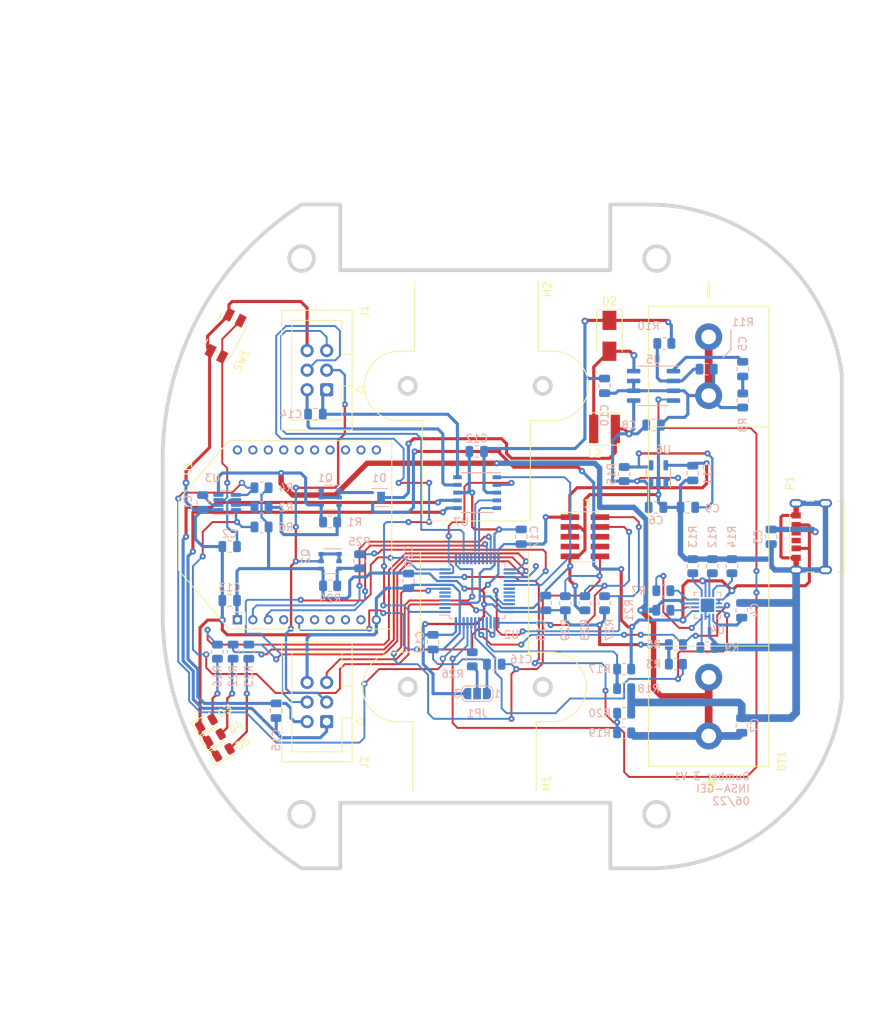
<source format=kicad_pcb>
(kicad_pcb (version 20211014) (generator pcbnew)
  (title_block (title "Dumber-3") (date "2022-06-14") (rev "1.0") (company "INSA-GEI"))
  (layers (0 "F.Cu" signal) (31 "B.Cu" signal) (34 "B.Paste" user) (35 "F.Paste" user) (36 "B.SilkS" user "B.Silkscreen") (37 "F.SilkS" user "F.Silkscreen") (38 "B.Mask" user) (39 "F.Mask" user) (44 "Edge.Cuts" user))
  (net 0 "")
  (net 1 "+BATT")
  (net 2 "GND")
  (net 3 "Net-(C1-Pad1)")
  (net 4 "Net-(C2-Pad1)")
  (net 5 "VBUS")
  (net 6 "Net-(C4-Pad1)")
  (net 7 "Net-(C5-Pad1)")
  (net 8 "Net-(C5-Pad2)")
  (net 9 "+2V5")
  (net 10 "+5V")
  (net 11 "Net-(D1-Pad2)")
  (net 12 "Net-(C9-Pad1)")
  (net 15 "Net-(Q1-Pad3)")
  (net 16 "Net-(D2-Pad2)")
  (net 17 "/Cpu/RESET")
  (net 18 "Net-(J1-Pad3)")
  (net 19 "Net-(R2-Pad2)")
  (net 20 "Net-(R7-Pad1)")
  (net 21 "Net-(R7-Pad2)")
  (net 22 "Net-(R10-Pad1)")
  (net 23 "Net-(R12-Pad1)")
  (net 24 "Net-(R13-Pad1)")
  (net 25 "Net-(R14-Pad1)")
  (net 26 "Net-(R21-Pad1)")
  (net 27 "/Cpu/OUTGAUCHE_A")
  (net 28 "/Cpu/OUTGAUCHE_B")
  (net 29 "/Cpu/OUTDROIT_A")
  (net 31 "/Cpu/OUTDROIT_B")
  (net 34 "Net-(SW1-Pad2)")
  (net 36 "Net-(D3-Pad2)")
  (net 40 "Net-(D4-Pad2)")
  (net 47 "Net-(D5-Pad2)")
  (net 48 "/Cpu/ENCGAUCHE_A")
  (net 49 "/Cpu/ENCGAUCHE_B")
  (net 50 "/Cpu/ENCDROIT_A")
  (net 51 "/Cpu/ENCDROIT_B")
  (net 52 "/Cpu/LED_ROUGE")
  (net 53 "/Cpu/LED_ORANGE")
  (net 54 "/Cpu/LED_VERTE")
  (net 55 "/Cpu/USART_RX")
  (net 62 "/Cpu/USART_TX")
  (net 63 "/Cpu/XBEE_RESET")
  (net 67 "Net-(JP1-Pad2)")
  (net 70 "Net-(Q2-Pad3)")
  (net 71 "/Cpu/CHARGER_ST1")
  (net 73 "/Cpu/SHUTDOWN")
  (net 74 "/Cpu/CHARGER_ST2")
  (net 75 "/Cpu/PWM_GAUCHE_A")
  (net 76 "/Cpu/PWM_GAUCHE_B")
  (net 77 "/Cpu/BUTTON_SENSE")
  (net 78 "/Cpu/USB_SENSE")
  (net 79 "/Cpu/BATTERY_SENSE")
  (net 80 "/Cpu/SHUTDOWN_ENC")
  (net 81 "Net-(R26-Pad2)")
  (net 86 "/Cpu/SWDIO")
  (net 87 "/Cpu/PWM_DROIT_A")
  (net 88 "/Cpu/PWM_DROIT_B")
  (net 89 "/Cpu/SWCLK")
  (net 90 "/Cpu/SHUTDOWN_5V")
  (net 92 "Net-(C6-Pad1)")
  (footprint "INSA:Motor Pololu HPCB with encoder" (layer "F.Cu") (at 150.15 150 90)
    (fp_text reference "M1")
    (fp_text value "Motor")
  )
  (footprint "Button_Switch_SMD:Panasonic_EVQPUJ_EVQPUA" (layer "F.Cu") (at 117.9 80 63)
    (fp_text reference "SW1")
    (fp_text value "SW_Push")
  )
  (footprint "Connector_IDC:IDC-Header_2x03_P2.54mm_Vertical" (layer "F.Cu") (at 131 87 180)
    (fp_text reference "J1")
    (fp_text value "Conn_02x03_Odd_Even")
  )
  (footprint "Diode_SMD:D_SMA" (layer "F.Cu") (at 167.64 80.01 -90)
    (fp_text reference "D2")
    (fp_text value "FM5818-W")
  )
  (footprint "Diode_SMD:D_0805_2012Metric" (layer "F.Cu") (at 117.6 133.985 30)
    (fp_text reference "D5")
    (fp_text value "LED")
  )
  (footprint "INSA:Motor Pololu HPCB with encoder" (layer "F.Cu") (at 150.4 62 -90)
    (fp_text reference "M2")
    (fp_text value "Motor")
  )
  (footprint "INSA:Battery-14500" (layer "F.Cu") (at 180.5 106 90)
    (fp_text reference "BT1")
    (fp_text value "Li-ION")
  )
  (footprint "Connector_IDC:IDC-Header_2x03_P2.54mm_Vertical" (layer "F.Cu") (at 131 130 180)
    (fp_text reference "J2")
    (fp_text value "Conn_02x03_Odd_Even")
  )
  (footprint "INSA:USB_C_Receptacle_GCT_USB4125" (layer "F.Cu") (at 191.155 110.5 90)
    (fp_text reference "P1")
    (fp_text value "USB_C_Plug_GCT_USB4125")
  )
  (footprint "Connector_PinHeader_1.27mm:PinHeader_2x05_P1.27mm_Vertical_SMD" (layer "F.Cu") (at 164.465 106.045)
    (fp_text reference "J3")
    (fp_text value "Conn_02x05_Odd_Even")
  )
  (footprint "Inductor_SMD:L_Taiyo-Yuden_MD-4040" (layer "F.Cu") (at 167.005 92.075 180)
    (fp_text reference "L2")
    (fp_text value "22µH")
  )
  (footprint "INSA:XBEE-3-TH" (layer "F.Cu") (at 139.435 118 90)
    (fp_text reference "U1")
    (fp_text value "XBEE-3")
  )
  (footprint "Diode_SMD:D_0805_2012Metric" (layer "F.Cu") (at 116.459 132.08 30)
    (fp_text reference "D4")
    (fp_text value "LED")
  )
  (footprint "Diode_SMD:D_0805_2012Metric" (layer "F.Cu") (at 115.4 130.175 30)
    (fp_text reference "D3")
    (fp_text value "LED")
  )
  (footprint "Capacitor_SMD:C_0805_2012Metric" (layer "B.Cu") (at 156.21 106.045 90)
    (fp_text reference "C17")
    (fp_text value "100nF")
  )
  (footprint "Resistor_SMD:R_0805_2012Metric" (layer "B.Cu") (at 174.752 81)
    (fp_text reference "R10")
    (fp_text value "3.72K")
  )
  (footprint "Package_QFP:LQFP-48_7x7mm_P0.5mm" (layer "B.Cu") (at 150.495 113.03)
    (fp_text reference "U2")
    (fp_text value "STM32L010C6Tx")
  )
  (footprint "Capacitor_SMD:C_0805_2012Metric" (layer "B.Cu") (at 184.785 115.57 90)
    (fp_text reference "C4")
    (fp_text value "10nF")
  )
  (footprint "Resistor_SMD:R_0805_2012Metric" (layer "B.Cu") (at 174.625 113.03 180)
    (fp_text reference "R7")
    (fp_text value "1K")
  )
  (footprint "Capacitor_SMD:C_0805_2012Metric" (layer "B.Cu") (at 141.605 111.76 -90)
    (fp_text reference "C20")
    (fp_text value "100nF")
  )
  (footprint "Resistor_SMD:R_0805_2012Metric" (layer "B.Cu") (at 169.545 123.19 180)
    (fp_text reference "R17")
    (fp_text value "150K")
  )
  (footprint "Capacitor_SMD:C_0805_2012Metric" (layer "B.Cu") (at 173.675 102.235)
    (fp_text reference "C6")
    (fp_text value "1µF")
  )
  (footprint "Resistor_SMD:R_0805_2012Metric" (layer "B.Cu") (at 176.2525 122.555)
    (fp_text reference "R3")
    (fp_text value "1K")
  )
  (footprint "Capacitor_SMD:C_0805_2012Metric" (layer "B.Cu") (at 144.78 119.7 -90)
    (fp_text reference "C19")
    (fp_text value "100nF")
  )
  (footprint "Package_TO_SOT_SMD:SOT-23-8" (layer "B.Cu") (at 118.11 101.6)
    (fp_text reference "U3")
    (fp_text value "LTC2954")
  )
  (footprint "Package_SO:TSOP-6_1.65x3.05mm_P0.95mm" (layer "B.Cu") (at 131.445 109.22 180)
    (fp_text reference "Q2")
    (fp_text value "PMN52XP")
  )
  (footprint "Resistor_SMD:R_0805_2012Metric" (layer "B.Cu") (at 131.445 112.395)
    (fp_text reference "R24")
    (fp_text value "100K")
  )
  (footprint "Resistor_SMD:R_0805_2012Metric" (layer "B.Cu") (at 131.445 104.14)
    (fp_text reference "R1")
    (fp_text value "100K")
  )
  (footprint "Capacitor_SMD:C_0805_2012Metric" (layer "B.Cu") (at 184.785 130.49 90)
    (fp_text reference "C7")
    (fp_text value "1µF")
  )
  (footprint "Resistor_SMD:R_0805_2012Metric" (layer "B.Cu") (at 116.84 120.9275 -90)
    (fp_text reference "R16")
    (fp_text value "1.5K")
  )
  (footprint "Resistor_SMD:R_0805_2012Metric" (layer "B.Cu") (at 178.435 109.855 90)
    (fp_text reference "R13")
    (fp_text value "2.2K")
  )
  (footprint "Package_SO:SSOP-10_3.9x4.9mm_P1.00mm" (layer "B.Cu") (at 150.495 100.33 180)
    (fp_text reference "U7")
    (fp_text value "A3909")
  )
  (footprint "Resistor_SMD:R_0805_2012Metric" (layer "B.Cu") (at 174.625 115.57 180)
    (fp_text reference "R21")
    (fp_text value "7,5K")
  )
  (footprint "Capacitor_SMD:C_0805_2012Metric" (layer "B.Cu") (at 188.595 106.045 -90)
    (fp_text reference "C3")
    (fp_text value "1µF")
  )
  (footprint "Resistor_SMD:R_0805_2012Metric" (layer "B.Cu") (at 122.555 102.235 180)
    (fp_text reference "R2")
    (fp_text value "10R")
  )
  (footprint "Jumper:SolderJumper-3_P1.3mm_Open_RoundedPad1.0x1.5mm_NumberLabels" (layer "B.Cu") (at 150.495 126.365 180)
    (fp_text reference "JP1")
    (fp_text value "Jumper_3_Bridged12")
  )
  (footprint "Capacitor_SMD:C_0805_2012Metric" (layer "B.Cu") (at 173.355 91.5725)
    (fp_text reference "C8")
    (fp_text value "22µF")
  )
  (footprint "Resistor_SMD:R_0805_2012Metric" (layer "B.Cu") (at 176.2525 120.015)
    (fp_text reference "R5")
    (fp_text value "1K")
  )
  (footprint "Resistor_SMD:R_0805_2012Metric" (layer "B.Cu") (at 180.2365 84.328 180)
    (fp_text reference "R11")
    (fp_text value "1.28K")
  )
  (footprint "Capacitor_SMD:C_0805_2012Metric" (layer "B.Cu") (at 184.912 84.328 -90)
    (fp_text reference "C5")
    (fp_text value "100nF")
  )
  (footprint "Resistor_SMD:R_0805_2012Metric" (layer "B.Cu") (at 169.545 125.73)
    (fp_text reference "R18")
    (fp_text value "100K")
  )
  (footprint "Resistor_SMD:R_0805_2012Metric" (layer "B.Cu") (at 169.545 131.445 180)
    (fp_text reference "R19")
    (fp_text value "150K")
  )
  (footprint "Capacitor_SMD:C_0805_2012Metric" (layer "B.Cu") (at 118.425 114.3 180)
    (fp_text reference "C13")
    (fp_text value "1µF")
  )
  (footprint "INSA:L6924UTR" (layer "B.Cu") (at 180.34 114.935 180)
    (fp_text reference "U4")
    (fp_text value "L6924U" hide)
  )
  (footprint "Resistor_SMD:R_0805_2012Metric" (layer "B.Cu") (at 180.34 120.396)
    (fp_text reference "R9")
    (fp_text value "470R")
  )
  (footprint "Resistor_SMD:R_0805_2012Metric" (layer "B.Cu") (at 183.515 109.855 90)
    (fp_text reference "R14")
    (fp_text value "25.5K")
  )
  (footprint "Resistor_SMD:R_0805_2012Metric" (layer "B.Cu") (at 161.925 114.6575 90)
    (fp_text reference "R29")
    (fp_text value "100K")
  )
  (footprint "Capacitor_SMD:C_0805_2012Metric" (layer "B.Cu") (at 167.005 86.4925 -90)
    (fp_text reference "C10")
    (fp_text value "22µF")
  )
  (footprint "Resistor_SMD:R_0805_2012Metric" (layer "B.Cu") (at 149.86 121.92 90)
    (fp_text reference "R26")
    (fp_text value "10K")
  )
  (footprint "Resistor_SMD:R_0805_2012Metric" (layer "B.Cu") (at 164.465 114.6575 -90)
    (fp_text reference "R28")
    (fp_text value "100K")
  )
  (footprint "Resistor_SMD:R_0805_2012Metric" (layer "B.Cu") (at 184.912 88.392 90)
    (fp_text reference "R8")
    (fp_text value "5K")
  )
  (footprint "Resistor_SMD:R_0805_2012Metric" (layer "B.Cu") (at 122.555 104.775 180)
    (fp_text reference "R6")
    (fp_text value "10K")
  )
  (footprint "Resistor_SMD:R_0805_2012Metric" (layer "B.Cu") (at 135.255 109.22 90)
    (fp_text reference "R25")
    (fp_text value "10R")
  )
  (footprint "Resistor_SMD:R_0805_2012Metric" (layer "B.Cu") (at 167.005 114.6575 90)
    (fp_text reference "R27")
    (fp_text value "100K")
  )
  (footprint "Capacitor_SMD:C_0805_2012Metric" (layer "B.Cu") (at 129.54 90.17 180)
    (fp_text reference "C14")
    (fp_text value "470nF")
  )
  (footprint "Resistor_SMD:R_0805_2012Metric" (layer "B.Cu") (at 120.904 120.9275 -90)
    (fp_text reference "R23")
    (fp_text value "1.5K")
  )
  (footprint "Resistor_SMD:R_0805_2012Metric" (layer "B.Cu") (at 180.975 109.855 90)
    (fp_text reference "R12")
    (fp_text value "25.5K")
  )
  (footprint "Capacitor_SMD:C_0805_2012Metric" (layer "B.Cu") (at 124.46 128.585 90)
    (fp_text reference "C15")
    (fp_text value "470nF")
  )
  (footprint "Capacitor_SMD:C_0805_2012Metric" (layer "B.Cu") (at 150.434 94.996 180)
    (fp_text reference "C12")
    (fp_text value "1µF")
  )
  (footprint "Capacitor_SMD:C_0805_2012Metric" (layer "B.Cu") (at 114.935 101.6 -90)
    (fp_text reference "C1")
    (fp_text value "10nF")
  )
  (footprint "Package_SO:TSOP-6_1.65x3.05mm_P0.95mm" (layer "B.Cu") (at 131.445 100.965 180)
    (fp_text reference "Q1")
    (fp_text value "PMN52XP")
  )
  (footprint "Package_TO_SOT_SMD:SOT-23-5" (layer "B.Cu") (at 173.99 97.9225 90)
    (fp_text reference "U6")
    (fp_text value "TC1186")
  )
  (footprint "Capacitor_SMD:C_0805_2012Metric" (layer "B.Cu") (at 177.8 102.235 180)
    (fp_text reference "C9")
    (fp_text value "100pF")
  )
  (footprint "Capacitor_SMD:C_0805_2012Metric" (layer "B.Cu") (at 178.435 97.79 -90)
    (fp_text reference "C11")
    (fp_text value "1µF")
  )
  (footprint "Capacitor_SMD:C_0805_2012Metric" (layer "B.Cu") (at 159.385 114.615 90)
    (fp_text reference "C18")
    (fp_text value "100nF")
  )
  (footprint "Resistor_SMD:R_0805_2012Metric" (layer "B.Cu") (at 118.872 120.9275 -90)
    (fp_text reference "R22")
    (fp_text value "1.5K")
  )
  (footprint "INSA:Nexperia_SOT-1061" (layer "B.Cu") (at 136.795 99.965 -90)
    (fp_text reference "D1")
    (fp_text value "PMEG2020CPA")
  )
  (footprint "Package_SO:SO-8_3.9x4.9mm_P1.27mm" (layer "B.Cu") (at 173.355 86.4925 180)
    (fp_text reference "U5")
    (fp_text value "NCV5171")
  )
  (footprint "Capacitor_SMD:C_0805_2012Metric" (layer "B.Cu") (at 152.72 122.555 180)
    (fp_text reference "C16")
    (fp_text value "100nF")
  )
  (footprint "Resistor_SMD:R_0805_2012Metric" (layer "B.Cu") (at 122.555 99.695 180)
    (fp_text reference "R4")
    (fp_text value "10K")
  )
  (footprint "Capacitor_SMD:C_0805_2012Metric" (layer "B.Cu") (at 118.425 107.315 180)
    (fp_text reference "C2")
    (fp_text value "68nF")
  )
  (footprint "Resistor_SMD:R_0805_2012Metric" (layer "B.Cu") (at 169.545 97.9225 -90)
    (fp_text reference "R15")
    (fp_text value "1M")
  )
  (footprint "Resistor_SMD:R_0805_2012Metric" (layer "B.Cu") (at 169.545 128.905)
    (fp_text reference "R20")
    (fp_text value "100K")
  )
  (gr_line (start 183.388 81.788) (end 182.372 82.804) (layer "B.SilkS") (width 0.15))
  (gr_line (start 183.388 79.248) (end 183.388 81.788) (layer "B.SilkS") (width 0.15))
  (gr_circle locked (center 173.75 70) (end 173.75 69.99) (layer "Edge.Cuts") (width 0.0001) (fill solid))
  (gr_circle locked (center 141.5 86.5) (end 141.5 86.49) (layer "Edge.Cuts") (width 0.0001) (fill solid))
  (gr_circle locked (center 173.75 70) (end 173.75 68.4) (layer "Edge.Cuts") (width 0.5) (fill none))
  (gr_circle locked (center 141.5 86.5) (end 141.5 85.45) (layer "Edge.Cuts") (width 0.5) (fill none))
  (gr_line locked (start 167.75 63) (end 167.75 71.5) (layer "Edge.Cuts") (width 0.5))
  (gr_line locked (start 109.75 96) (end 109.75 116) (layer "Edge.Cuts") (width 0.5))
  (gr_circle locked (center 127.75 142) (end 127.75 140.4) (layer "Edge.Cuts") (width 0.5) (fill none))
  (gr_arc locked (start 109.75 96) (mid 114.542599 77.205054) (end 127.75 63) (layer "Edge.Cuts") (width 0.5))
  (gr_line locked (start 197.75 127) (end 197.75 85) (layer "Edge.Cuts") (width 0.5))
  (gr_circle locked (center 127.75 70) (end 127.75 68.4) (layer "Edge.Cuts") (width 0.5) (fill none))
  (gr_line locked (start 167.75 149) (end 172.75 149) (layer "Edge.Cuts") (width 0.5))
  (gr_line locked (start 172.75 63) (end 167.75 63) (layer "Edge.Cuts") (width 0.5))
  (gr_circle locked (center 172.75 123.795455) (end 172.75 123.785455) (layer "Edge.Cuts") (width 0.0001) (fill solid))
  (gr_circle locked (center 159 125.5) (end 159 125.49) (layer "Edge.Cuts") (width 0.0001) (fill solid))
  (gr_circle locked (center 159 86.5) (end 159 86.49) (layer "Edge.Cuts") (width 0.0001) (fill solid))
  (gr_circle locked (center 172.75 88.204545) (end 172.75 88.194545) (layer "Edge.Cuts") (width 0.0001) (fill solid))
  (gr_circle locked (center 149 116) (end 149 115.99) (layer "Edge.Cuts") (width 0.0001) (fill solid))
  (gr_line locked (start 132.75 149) (end 132.75 140.5) (layer "Edge.Cuts") (width 0.5))
  (gr_line locked (start 167.75 140.5) (end 167.75 149) (layer "Edge.Cuts") (width 0.5))
  (gr_line locked (start 127.75 149) (end 132.75 149) (layer "Edge.Cuts") (width 0.5))
  (gr_line locked (start 167.75 71.5) (end 132.75 71.5) (layer "Edge.Cuts") (width 0.5))
  (gr_circle locked (center 127.75 70) (end 127.75 69.99) (layer "Edge.Cuts") (width 0.0001) (fill solid))
  (gr_arc locked (start 127.75 149) (mid 114.542599 134.794946) (end 109.75 116) (layer "Edge.Cuts") (width 0.5))
  (gr_circle locked (center 173.75 142) (end 173.75 140.4) (layer "Edge.Cuts") (width 0.5) (fill none))
  (gr_circle locked (center 149 96) (end 149 95.99) (layer "Edge.Cuts") (width 0.0001) (fill solid))
  (gr_line locked (start 132.75 63) (end 127.75 63) (layer "Edge.Cuts") (width 0.5))
  (gr_line locked (start 132.75 71.5) (end 132.75 63) (layer "Edge.Cuts") (width 0.5))
  (gr_arc locked (start 172.75 63) (mid 189.400824 69.283153) (end 197.75 85) (layer "Edge.Cuts") (width 0.5))
  (gr_circle locked (center 159 86.5) (end 159 85.45) (layer "Edge.Cuts") (width 0.5) (fill none))
  (gr_circle locked (center 173.75 142) (end 173.75 141.99) (layer "Edge.Cuts") (width 0.0001) (fill solid))
  (gr_circle locked (center 141.5 125.5) (end 141.5 125.49) (layer "Edge.Cuts") (width 0.0001) (fill solid))
  (gr_line locked (start 132.75 140.5) (end 167.75 140.5) (layer "Edge.Cuts") (width 0.5))
  (gr_circle locked (center 159 125.5) (end 159 124.45) (layer "Edge.Cuts") (width 0.5) (fill none))
  (gr_circle locked (center 141.5 125.5) (end 141.5 124.45) (layer "Edge.Cuts") (width 0.5) (fill none))
  (gr_arc locked (start 197.75 127) (mid 189.400826 142.716848) (end 172.75 149) (layer "Edge.Cuts") (width 0.5))
  (gr_circle locked (center 127.75 142) (end 127.75 141.99) (layer "Edge.Cuts") (width 0.0001) (fill solid))
  (gr_text "Dumber 3 V1\nINSA-GEI\n06/22\n" (at 185.928 138.684) (layer "B.SilkS") (effects (font (size 1 1)) (justify left mirror)))
  (segment (start 174.277 126.652) (end 180.5 126.652) (width 0.7) (layer "F.Cu") (net 1))
  (segment (start 126.606699 100.644511) (end 125.095 99.132812) (width 0.7) (layer "F.Cu") (net 1))
  (segment (start 136.24427 96.52) (end 132.119759 100.644511) (width 0.7) (layer "F.Cu") (net 1))
  (segment (start 153.035 96.52) (end 136.24427 96.52) (width 0.7) (layer "F.Cu") (net 1))
  (segment (start 132.119759 100.644511) (end 126.606699 100.644511) (width 0.7) (layer "F.Cu") (net 1))
  (segment (start 180.5 126.652) (end 180.5 131.85) (width 1) (layer "F.Cu") (net 1))
  (segment (start 180.5 124.25) (end 180.5 126.652) (width 1) (layer "F.Cu") (net 1))
  (segment (start 125.095 99.132812) (end 125.095 97.79) (width 0.7) (layer "F.Cu") (net 1))
  (segment (start 173.355 125.73) (end 174.277 126.652) (width 0.7) (layer "F.Cu") (net 1))
  (segment (start 171.704 115.57) (end 173.355 117.221) (width 0.7) (layer "F.Cu") (net 1))
  (segment (start 173.355 117.221) (end 173.355 125.73) (width 0.7) (layer "F.Cu") (net 1))
  (via (at 171.704 115.57) (size 0.9) (drill 0.4) (layers "F.Cu" "B.Cu") (net 1))
  (via (at 153.035 96.52) (size 0.8) (drill 0.3) (layers "F.Cu" "B.Cu") (net 1))
  (via (at 125.095 97.79) (size 0.8) (drill 0.3) (layers "F.Cu" "B.Cu") (net 1))
  (segment (start 127.635 97.79) (end 117.475 97.79) (width 0.4) (layer "B.Cu") (net 1))
  (segment (start 171.704 115.57) (end 172.399511 114.874489) (width 0.7) (layer "B.Cu") (net 1))
  (segment (start 173.7125 115.2125) (end 173.7125 115.57) (width 0.25) (layer "B.Cu") (net 1))
  (segment (start 172.399511 114.874489) (end 172.399511 103.819511) (width 0.7) (layer "B.Cu") (net 1))
  (segment (start 184.725 131.5) (end 184.785 131.44) (width 0.4) (layer "B.Cu") (net 1))
  (segment (start 170.8625 131.85) (end 170.4575 131.445) (width 1) (layer "B.Cu") (net 1))
  (segment (start 130.285 103.8925) (end 130.5325 104.14) (width 0.4) (layer "B.Cu") (net 1))
  (segment (start 180.5 131.85) (end 170.8625 131.85) (width 1) (layer "B.Cu") (net 1))
  (segment (start 180.5 131.85) (end 184.375 131.85) (width 1) (layer "B.Cu") (net 1))
  (segment (start 172.399511 103.819511) (end 170.815 102.235) (width 0.7) (layer "B.Cu") (net 1))
  (segment (start 128.585 101.915) (end 128.27 101.6) (width 0.4) (layer "B.Cu") (net 1))
  (segment (start 130.285 101.915) (end 128.585 101.915) (width 0.4) (layer "B.Cu") (net 1))
  (segment (start 128.27 101.6) (end 128.27 98.425) (width 0.4) (layer "B.Cu") (net 1))
  (segment (start 171.704 115.57) (end 173.7125 115.57) (width 0.7) (layer "B.Cu") (net 1))
  (segment (start 174.625 114.3) (end 176.784 114.3) (width 0.4) (layer "B.Cu") (net 1))
  (segment (start 170.5125 131.5) (end 170.4575 131.445) (width 0.4) (layer "B.Cu") (net 1))
  (segment (start 184.375 131.85) (end 184.785 131.44) (width 1) (layer "B.Cu") (net 1))
  (segment (start 173.7125 115.2125) (end 174.625 114.3) (width 0.4) (layer "B.Cu") (net 1))
  (segment (start 170.815 102.235) (end 166.37 102.235) (width 0.7) (layer "B.Cu") (net 1))
  (segment (start 116.9725 98.2925) (end 116.9725 100.625) (width 0.4) (layer "B.Cu") (net 1))
  (segment (start 130.285 101.915) (end 130.285 103.8925) (width 0.4) (layer "B.Cu") (net 1))
  (segment (start 177.308216 114.685) (end 177.238608 114.754608) (width 0.25) (layer "B.Cu") (net 1))
  (segment (start 176.784 114.3) (end 177.238608 114.754608) (width 0.4) (layer "B.Cu") (net 1))
  (segment (start 178.8668 114.685) (end 177.308216 114.685) (width 0.25) (layer "B.Cu") (net 1))
  (segment (start 166.37 102.235) (end 166.37 97.155) (width 0.7) (layer "B.Cu") (net 1))
  (segment (start 117.475 97.79) (end 116.9725 98.2925) (width 0.4) (layer "B.Cu") (net 1))
  (segment (start 165.735 96.52) (end 153.035 96.52) (width 0.7) (layer "B.Cu") (net 1))
  (segment (start 128.27 98.425) (end 127.635 97.79) (width 0.4) (layer "B.Cu") (net 1))
  (segment (start 166.37 97.155) (end 165.735 96.52) (width 0.7) (layer "B.Cu") (net 1))
  (segment (start 118.11 118.745) (end 117.475 118.11) (width 0.4) (layer "F.Cu") (net 2))
  (segment (start 165.1 100.584) (end 173.99 100.584) (width 0.4) (layer "F.Cu") (net 2))
  (segment (start 190.06 108.78) (end 189.865 108.585) (width 0.4) (layer "F.Cu") (net 2))
  (segment (start 163.195 112.395) (end 162.515 111.715) (width 0.4) (layer "F.Cu") (net 2))
  (segment (start 189.865 108.585) (end 189.865 103.505) (width 0.4) (layer "F.Cu") (net 2))
  (segment (start 191.835 103.28) (end 191.835 101.71) (width 0.7) (layer "F.Cu") (net 2))
  (segment (start 191.835 108.78) (end 190.06 108.78) (width 0.4) (layer "F.Cu") (net 2))
  (segment (start 118.745 75.565) (end 127.635 75.565) (width 0.4) (layer "F.Cu") (net 2))
  (segment (start 118.33437 77.275216) (end 118.33437 75.97563) (width 0.4) (layer "F.Cu") (net 2))
  (segment (start 137.435 116.8) (end 137.435 118.47) (width 0.4) (layer "F.Cu") (net 2))
  (segment (start 137.16 118.745) (end 118.11 118.745) (width 0.4) (layer "F.Cu") (net 2))
  (segment (start 164.465 105.41) (end 164.465 107.734022) (width 0.4) (layer "F.Cu") (net 2))
  (segment (start 153.35 105.095) (end 150.18 105.095) (width 0.3) (layer "F.Cu") (net 2))
  (segment (start 115.824 94.488) (end 115.824 82.079919) (width 0.4) (layer "F.Cu") (net 2))
  (segment (start 162.515 104.775) (end 163.83 104.775) (width 0.4) (layer "F.Cu") (net 2))
  (segment (start 114.588101 130.64375) (end 114.588101 117.821899) (width 0.4) (layer "F.Cu") (net 2))
  (segment (start 163.614022 108.585) (end 162.515 108.585) (width 0.4) (layer "F.Cu") (net 2))
  (segment (start 114.588101 117.821899) (end 115.57 116.84) (width 0.4) (layer "F.Cu") (net 2))
  (segment (start 189.865 103.505) (end 190.09 103.28) (width 0.4) (layer "F.Cu") (net 2))
  (segment (start 118.33437 75.97563) (end 118.745 75.565) (width 0.4) (layer "F.Cu") (net 2))
  (segment (start 115.824 82.079919) (end 115.950919 81.953) (width 0.4) (layer "F.Cu") (net 2))
  (segment (start 190.09 103.28) (end 191.835 103.28) (width 0.4) (layer "F.Cu") (net 2))
  (segment (start 191.835 110.35) (end 191.835 108.78) (width 0.7) (layer "F.Cu") (net 2))
  (segment (start 115.647101 133.31275) (end 116.788101 134.45375) (width 0.4) (layer "F.Cu") (net 2))
  (segment (start 127.635 75.565) (end 128.46 76.39) (width 0.4) (layer "F.Cu") (net 2))
  (segment (start 115.57 81.572081) (end 115.950919 81.953) (width 0.4) (layer "F.Cu") (net 2))
  (segment (start 117.475 118.11) (end 117.475 116.84) (width 0.4) (layer "F.Cu") (net 2))
  (segment (start 180.5 80.15) (end 180.5 87.75) (width 1) (layer "F.Cu") (net 2))
  (segment (start 118.33437 77.275216) (end 115.57 80.039586) (width 0.4) (layer "F.Cu") (net 2))
  (segment (start 112.776 97.536) (end 115.824 94.488) (width 0.4) (layer "F.Cu") (net 2))
  (segment (start 149.86 104.775) (end 149.86 100.33) (width 0.3) (layer "F.Cu") (net 2))
  (segment (start 115.647101 132.54875) (end 115.647101 133.31275) (width 0.4) (layer "F.Cu") (net 2))
  (segment (start 164.465 105.41) (end 164.465 101.219) (width 0.4) (layer "F.Cu") (net 2))
  (segment (start 114.588101 131.48975) (end 115.647101 132.54875) (width 0.4) (layer "F.Cu") (net 2))
  (segment (start 150.18 105.095) (end 149.86 104.775) (width 0.3) (layer "F.Cu") (net 2))
  (segment (start 163.83 104.775) (end 164.465 105.41) (width 0.4) (layer "F.Cu") (net 2))
  (segment (start 164.465 101.219) (end 165.1 100.584) (width 0.4) (layer "F.Cu") (net 2))
  (segment (start 162.515 104.775) (end 162.515 106.045) (width 0.4) (layer "F.Cu") (net 2))
  (segment (start 115.57 116.84) (end 117.475 116.84) (width 0.4) (layer "F.Cu") (net 2))
  (segment (start 112.776 99.06) (end 112.776 97.536) (width 0.4) (layer "F.Cu") (net 2))
  (segment (start 164.465 107.734022) (end 163.614022 108.585) (width 0.4) (layer "F.Cu") (net 2))
  (segment (start 128.46 76.39) (end 128.46 81.92) (width 0.4) (layer "F.Cu") (net 2))
  (segment (start 114.588101 130.64375) (end 114.588101 131.48975) (width 0.4) (layer "F.Cu") (net 2))
  (segment (start 137.435 118.47) (end 137.16 118.745) (width 0.4) (layer "F.Cu") (net 2))
  (segment (start 115.57 80.039586) (end 115.57 81.572081) (width 0.4) (layer "F.Cu") (net 2))
  (segment (start 162.515 111.715) (end 162.515 108.585) (width 0.4) (layer "F.Cu") (net 2))
  (via (at 117.475 116.84) (size 0.9) (drill 0.4) (layers "F.Cu" "B.Cu") (net 2))
  (via (at 162.56 109.855) (size 0.8) (drill 0.3) (layers "F.Cu" "B.Cu") (net 2))
  (via (at 149.86 100.33) (size 0.8) (drill 0.3) (layers "F.Cu" "B.Cu") (net 2))
  (via (at 173.99 100.584) (size 0.8) (drill 0.3) (layers "F.Cu" "B.Cu") (net 2))
  (via (at 153.35 105.095) (size 0.8) (drill 0.3) (layers "F.Cu" "B.Cu") (net 2))
  (via (at 163.195 112.395) (size 0.8) (drill 0.3) (layers "F.Cu" "B.Cu") (net 2))
  (via (at 112.776 99.06) (size 0.9) (drill 0.4) (layers "F.Cu" "B.Cu") (net 2))
  (segment (start 148.59 121.92) (end 147.955 122.555) (width 0.25) (layer "B.Cu") (net 2))
  (segment (start 152.745 108.8675) (end 152.745 105.7) (width 0.3) (layer "B.Cu") (net 2))
  (segment (start 191.135 129.54) (end 191.835 128.84) (width 1) (layer "B.Cu") (net 2))
  (segment (start 150.84 114.3) (end 150.84 113.756) (width 0.3) (layer "B.Cu") (net 2))
  (segment (start 173.99 100.965) (end 173.99 101.6) (width 0.4) (layer "B.Cu") (net 2))
  (segment (start 180.09 115.185) (end 180.34 114.935) (width 0.25) (layer "B.Cu") (net 2))
  (segment (start 181.2525 119.6575) (end 181.2525 120.396) (width 0.4) (layer "B.Cu") (net 2))
  (segment (start 184.912 89.3045) (end 182.0545 89.3045) (width 0.4) (layer "B.Cu") (net 2))
  (segment (start 164.465 115.57) (end 163.83 115.57) (width 0.4) (layer "B.Cu") (net 2))
  (segment (start 170.4575 127.2305) (end 170.735 127.508) (width 0.7) (layer "B.Cu") (net 2))
  (segment (start 191.835 120.715) (end 191.835 115) (width 1) (layer "B.Cu") (net 2))
  (segment (start 114.96 102.575) (end 116.9725 102.575) (width 0.4) (layer "B.Cu") (net 2))
  (segment (start 191.455 114.62) (end 191.835 115) (width 0.4) (layer "B.Cu") (net 2))
  (segment (start 191.835 110.35) (end 189.09 110.35) (width 0.7) (layer "B.Cu") (net 2))
  (segment (start 188.595 109.855) (end 188.595 109.22) (width 0.7) (layer "B.Cu") (net 2))
  (segment (start 184.404 127.508) (end 184.785 127.889) (width 1) (layer "B.Cu") (net 2))
  (segment (start 112.776 101.534) (end 113.792 102.55) (width 0.4) (layer "B.Cu") (net 2))
  (segment (start 112.776 99.06) (end 112.776 101.534) (width 0.4) (layer "B.Cu") (net 2))
  (segment (start 137.435 118.47) (end 137.435 116.8) (width 0.4) (layer "B.Cu") (net 2))
  (segment (start 114.935 107.315) (end 113.98 106.36) (width 0.4) (layer "B.Cu") (net 2))
  (segment (start 177.485 98.74) (end 178.435 98.74) (width 0.4) (layer "B.Cu") (net 2))
  (segment (start 180.59 118.995) (end 181.2525 119.6575) (width 0.4) (layer "B.Cu") (net 2))
  (segment (start 151.384 110.236) (end 152.214361 110.236) (width 0.3) (layer "B.Cu") (net 2))
  (segment (start 152.745 105.7) (end 153.35 105.095) (width 0.3) (layer "B.Cu") (net 2))
  (segment (start 184.785 127.889) (end 184.785 129.54) (width 1) (layer "B.Cu") (net 2))
  (segment (start 149.484 100.071) (end 149.484 94.996) (width 0.4) (layer "B.Cu") (net 2))
  (segment (start 180.09 116.4082) (end 180.59 116.4082) (width 0.25) (layer "B.Cu") (net 2))
  (segment (start 128.46 119.19) (end 128.905 118.745) (width 0.4) (layer "B.Cu") (net 2))
  (segment (start 148.245 117.1925) (end 148.245 118.526428) (width 0.3) (layer "B.Cu") (net 2))
  (segment (start 148.245 114.59) (end 148.245 113.193) (width 0.3) (layer "B.Cu") (net 2))
  (segment (start 170.4575 125.73) (end 170.4575 127.2305) (width 1) (layer "B.Cu") (net 2))
  (segment (start 176.85 102.235) (end 176.85 108.27) (width 0.7) (layer "B.Cu") (net 2))
  (segment (start 141.605 112.71) (end 138.75 112.71) (width 0.4) (layer "B.Cu") (net 2))
  (segment (start 177.673 87.503) (end 177.92 87.75) (width 0.4) (layer "B.Cu") (net 2))
  (segment (start 113.792 102.55) (end 114.935 102.55) (width 0.4) (layer "B.Cu") (net 2))
  (segment (start 177.39 90.58) (end 177.8 90.17) (width 0.4) (layer "B.Cu") (net 2))
  (segment (start 147.332 112.28) (end 146.3325 112.28) (width 0.3) (layer "B.Cu") (net 2))
  (segment (start 175.2975 90.58) (end 174.305 91.5725) (width 0.4) (layer "B.Cu") (net 2))
  (segment (start 181.149 87.101) (end 180.5 87.75) (width 0.4) (layer "B.Cu") (net 2))
  (segment (start 178.435 108.9425) (end 177.5225 108.9425) (width 0.7) (layer "B.Cu") (net 2))
  (segment (start 163.195 114.935) (end 163.195 112.395) (width 0.4) (layer "B.Cu") (net 2))
  (segment (start 168.7775 87.1275) (end 168.4625 87.4425) (width 0.4) (layer "B.Cu") (net 2))
  (segment (start 157.77 115.28) (end 159.385 113.665) (width 0.3) (layer "B.Cu") (net 2))
  (segment (start 176.85 102.235) (end 176.85 99.375) (width 0.4) (layer "B.Cu") (net 2))
  (segment (start 177.5225 108.9425) (end 176.85 108.27) (width 0.7) (layer "B.Cu") (net 2))
  (segment (start 147.945 100.33) (end 149.225 100.33) (width 0.4) (layer "B.Cu") (net 2))
  (segment (start 177.92 87.75) (end 180.5 87.75) (width 0.4) (layer "B.Cu") (net 2))
  (segment (start 113.98 103.505) (end 114.935 102.55) (width 0.4) (layer "B.Cu") (net 2))
  (segment (start 177.673 87.503) (end 177.2975 87.1275) (width 0.4) (layer "B.Cu") (net 2))
  (segment (start 142.035 112.28) (end 141.605 112.71) (width 0.3) (layer "B.Cu") (net 2))
  (segment (start 153.683922 115.28) (end 152.183433 113.779511) (width 0.3) (layer "B.Cu") (net 2))
  (segment (start 148.245 118.526428) (end 146.121428 120.65) (width 0.3) (layer "B.Cu") (net 2))
  (segment (start 181.2525 120.396) (end 191.516 120.396) (width 1) (layer "B.Cu") (net 2))
  (segment (start 137.435 114.025) (end 137.435 116.8) (width 0.4) (layer "B.Cu") (net 2))
  (segment (start 149.743 100.33) (end 149.484 100.071) (width 0.3) (layer "B.Cu") (net 2))
  (segment (start 148.245 117.1925) (end 148.245 114.59) (width 0.3) (layer "B.Cu") (net 2))
  (segment (start 188.595 109.22) (end 188.595 106.995) (width 0.7) (layer "B.Cu") (net 2))
  (segment (start 174.625 102.235) (end 176.85 102.235) (width 0.4) (layer "B.Cu") (net 2))
  (segment (start 191.835 128.84) (end 191.835 120.715) (width 1) (layer "B.Cu") (net 2))
  (segment (start 151.77 122.555) (end 151.135 121.92) (width 0.25) (layer "B.Cu") (net 2))
  (segment (start 177.2975 87.1275) (end 175.93 87.1275) (width 0.4) (layer "B.Cu") (net 2))
  (segment (start 184.785 114.62) (end 191.455 114.62) (width 1) (layer "B.Cu") (net 2))
  (segment (start 188.3175 108.9425) (end 188.595 109.22) (width 0.4) (layer "B.Cu") (net 2))
  (segment (start 128.46 124.92) (end 128.46 119.19) (width 0.4) (layer "B.Cu") (net 2))
  (segment (start 114.935 102.55) (end 114.96 102.575) (width 0.4) (layer "B.Cu") (net 2))
  (segment (start 177.8 90.17) (end 177.8 87.63) (width 0.4) (layer "B.Cu") (net 2))
  (segment (start 173.99 101.6) (end 174.625 102.235) (width 0.4) (layer "B.Cu") (net 2))
  (segment (start 189.09 110.35) (end 188.595 109.855) (width 0.7) (layer "B.Cu") (net 2))
  (segment (start 151.135 121.92) (end 148.59 121.92) (width 0.25) (layer "B.Cu") (net 2))
  (segment (start 117.475 107.315) (end 114.935 107.315) (width 0.4) (layer "B.Cu") (net 2))
  (segment (start 159.385 113.665) (end 159.385 113.03) (width 0.3) (layer "B.Cu") (net 2))
  (segment (start 195.635 101.7) (end 191.845 101.7) (width 0.7) (layer "B.Cu") (net 2))
  (segment (start 191.835 115) (end 191.835 110.35) (width 1) (layer "B.Cu") (net 2))
  (segment (start 173.99 99.06) (end 173.99 100.965) (width 0.4) (layer "B.Cu") (net 2))
  (segment (start 195.635 110.35) (end 191.835 110.35) (width 0.7) (layer "B.Cu") (net 2))
  (segment (start 176.85 99.375) (end 177.485 98.74) (width 0.4) (layer "B.Cu") (net 2))
  (segment (start 148.245 113.193) (end 147.332 112.28) (width 0.3) (layer "B.Cu") (net 2))
  (segment (start 180.59 117.86) (end 180.59 118.995) (width 0.4) (layer "B.Cu") (net 2))
  (segment (start 178.435 108.9425) (end 188.3175 108.9425) (width 0.7) (layer "B.Cu") (net 2))
  (segment (start 182.0545 89.3045) (end 180.5 87.75) (width 0.4) (layer "B.Cu") (net 2))
  (segment (start 151.77 126.34) (end 151.795 126.365) (width 0.35) (layer "B.Cu") (net 2))
  (segment (start 150.55 114.59) (end 150.84 114.3) (width 0.3) (layer "B.Cu") (net 2))
  (segment (start 170.4575 127.2305) (end 170.4575 128.905) (width 1) (layer "B.Cu") (net 2))
  (segment (start 152.183433 113.779511) (end 150.863511 113.779511) (width 0.3) (layer "B.Cu") (net 2))
  (segment (start 167.005 87.4425) (end 168.4625 87.4425) (width 0.4) (layer "B.Cu") (net 2))
  (segment (start 191.845 101.7) (end 191.835 101.71) (width 0.4) (layer "B.Cu") (net 2))
  (segment (start 151.77 122.555) (end 151.77 126.34) (width 0.35) (layer "B.Cu") (net 2))
  (segment (start 170.78 87.1275) (end 168.7775 87.1275) (width 0.4) (layer "B.Cu") (net 2))
  (segment (start 175.93 87.1275) (end 170.78 87.1275) (width 0.4) (layer "B.Cu") (net 2))
  (segment (start 154.6575 115.28) (end 157.77 115.28) (width 0.3) (layer "B.Cu") (net 2))
  (segment (start 159.385 113.03) (end 162.56 109.855) (width 0.3) (layer "B.Cu") (net 2))
  (segment (start 138.75 112.71) (end 137.435 114.025) (width 0.4) (layer "B.Cu") (net 2))
  (segment (start 149.225 100.33) (end 149.484 100.071) (width 0.4) (layer "B.Cu") (net 2))
  (segment (start 180.59 116.4082) (end 180.59 117.86) (width 0.25) (layer "B.Cu") (net 2))
  (segment (start 144.78 121.92) (end 144.78 120.65) (width 0.25) (layer "B.Cu") (net 2))
  (segment (start 154.6575 115.28) (end 153.683922 115.28) (width 0.3) (layer "B.Cu") (net 2))
  (segment (start 117.475 116.84) (end 117.475 114.3) (width 0.4) (layer "B.Cu") (net 2))
  (segment (start 195.635 110.35) (end 195.635 101.7) (width 0.7) (layer "B.Cu") (net 2))
  (segment (start 150.84 113.756) (end 150.84 110.78) (width 0.3) (layer "B.Cu") (net 2))
  (segment (start 117.475 114.3) (end 117.475 107.315) (width 0.4) (layer "B.Cu") (net 2))
  (segment (start 177.8 87.63) (end 177.673 87.503) (width 0.4) (layer "B.Cu") (net 2))
  (segment (start 173.99 91.8875) (end 174.305 91.5725) (width 0.4) (layer "B.Cu") (net 2))
  (segment (start 173.99 99.06) (end 173.99 91.8875) (width 0.4) (layer "B.Cu") (net 2))
  (segment (start 180.09 116.4082) (end 180.09 115.185) (width 0.25) (layer "B.Cu") (net 2))
  (segment (start 191.516 120.396) (end 191.835 120.715) (width 0.7) (layer "B.Cu") (net 2))
  (segment (start 147.955 122.555) (end 145.415 122.555) (width 0.25) (layer "B.Cu") (net 2))
  (segment (start 146.121428 120.65) (end 144.78 120.65) (width 0.3) (layer "B.Cu") (net 2))
  (segment (start 163.83 115.57) (end 163.195 114.935) (width 0.4) (layer "B.Cu") (net 2))
  (segment (start 152.214361 110.236) (end 152.745 109.705361) (width 0.3) (layer "B.Cu") (net 2))
  (segment (start 150.84 110.78) (end 151.384 110.236) (width 0.3) (layer "B.Cu") (net 2))
  (segment (start 170.78 85.8575) (end 170.78 87.1275) (width 0.4) (layer "B.Cu") (net 2))
  (segment (start 137.16 118.745) (end 137.435 118.47) (width 0.4) (layer "B.Cu") (net 2))
  (segment (start 184.785 129.54) (end 191.135 129.54) (width 1) (layer "B.Cu") (net 2))
  (segment (start 150.863511 113.779511) (end 150.84 113.756) (width 0.3) (layer "B.Cu") (net 2))
  (segment (start 113.98 106.36) (end 113.98 103.505) (width 0.4) (layer "B.Cu") (net 2))
  (segment (start 146.3325 112.28) (end 142.035 112.28) (width 0.3) (layer "B.Cu") (net 2))
  (segment (start 148.245 114.59) (end 150.55 114.59) (width 0.3) (layer "B.Cu") (net 2))
  (segment (start 170.735 127.508) (end 184.404 127.508) (width 1) (layer "B.Cu") (net 2))
  (segment (start 145.415 122.555) (end 144.78 121.92) (width 0.25) (layer "B.Cu") (net 2))
  (segment (start 128.905 118.745) (end 137.16 118.745) (width 0.4) (layer "B.Cu") (net 2))
  (segment (start 153.35 105.095) (end 156.21 105.095) (width 0.3) (layer "B.Cu") (net 2))
  (segment (start 181.149 84.328) (end 181.149 87.101) (width 0.4) (layer "B.Cu") (net 2))
  (segment (start 175.2975 90.58) (end 177.39 90.58) (width 0.4) (layer "B.Cu") (net 2))
  (segment (start 152.745 109.705361) (end 152.745 108.8675) (width 0.3) (layer "B.Cu") (net 2))
  (segment (start 149.86 100.33) (end 149.743 100.33) (width 0.3) (layer "B.Cu") (net 2))
  (segment (start 116.9725 101.925) (end 116.149 101.925) (width 0.3) (layer "B.Cu") (net 3))
  (segment (start 114.935 100.711) (end 114.935 100.65) (width 0.3) (layer "B.Cu") (net 3))
  (segment (start 116.149 101.925) (end 114.935 100.711) (width 0.3) (layer "B.Cu") (net 3))
  (segment (start 118.435 101.275) (end 118.11 101.6) (width 0.3) (layer "B.Cu") (net 4))
  (segment (start 119.38 105.41) (end 119.38 107.31) (width 0.3) (layer "B.Cu") (net 4))
  (segment (start 118.11 101.6) (end 118.11 104.775) (width 0.3) (layer "B.Cu") (net 4))
  (segment (start 118.11 104.775) (end 118.745 105.41) (width 0.3) (layer "B.Cu") (net 4))
  (segment (start 119.2475 101.275) (end 118.435 101.275) (width 0.3) (layer "B.Cu") (net 4))
  (segment (start 119.38 107.31) (end 119.375 107.315) (width 0.3) (layer "B.Cu") (net 4))
  (segment (start 118.745 105.41) (end 119.38 105.41) (width 0.3) (layer "B.Cu") (net 4))
  (segment (start 169.164 116.84) (end 170.053 117.729) (width 0.4) (layer "F.Cu") (net 5))
  (segment (start 193.548 107.442) (end 193.548 105.537) (width 0.4) (layer "F.Cu") (net 5))
  (segment (start 193.548 111.887) (end 193.04 112.395) (width 0.4) (layer "F.Cu") (net 5))
  (segment (start 155.23515 97.028) (end 163.576 97.028) (width 0.4) (layer "F.Cu") (net 5))
  (segment (start 193.04 112.395) (end 184.15 112.395) (width 0.4) (layer "F.Cu") (net 5))
  (segment (start 170.053 117.729) (end 170.561 117.729) (width 0.4) (layer "F.Cu") (net 5))
  (segment (start 169.164 110.236) (end 169.164 116.84) (width 0.4) (layer "F.Cu") (net 5))
  (segment (start 184.15 112.395) (end 183.515 113.03) (width 0.4) (layer "F.Cu") (net 5))
  (segment (start 191.835 107.55) (end 193.44 107.55) (width 0.4) (layer "F.Cu") (net 5))
  (segment (start 153.416 95.20885) (end 155.23515 97.028) (width 0.4) (layer "F.Cu") (net 5))
  (segment (start 179.705 111.76) (end 182.245 111.76) (width 0.4) (layer "F.Cu") (net 5))
  (segment (start 193.44 107.55) (end 193.548 107.658) (width 0.4) (layer "F.Cu") (net 5))
  (segment (start 193.548 105.41) (end 193.548 104.648) (width 0.4) (layer "F.Cu") (net 5))
  (segment (start 182.245 111.76) (end 183.515 113.03) (width 0.4) (layer "F.Cu") (net 5))
  (segment (start 193.548 104.648) (end 193.41 104.51) (width 0.4) (layer "F.Cu") (net 5))
  (segment (start 142.4045 94.996) (end 153.416 94.996) (width 0.4) (layer "F.Cu") (net 5))
  (segment (start 193.548 105.537) (end 193.675 105.41) (width 0.4) (layer "F.Cu") (net 5))
  (segment (start 163.576 97.028) (end 164.084 97.536) (width 0.4) (layer "F.Cu") (net 5))
  (segment (start 153.416 94.996) (end 153.416 95.20885) (width 0.4) (layer "F.Cu") (net 5))
  (segment (start 193.41 104.51) (end 191.835 104.51) (width 0.4) (layer "F.Cu") (net 5))
  (segment (start 177.165 112.395) (end 177.8 111.76) (width 0.4) (layer "F.Cu") (net 5))
  (segment (start 193.44 107.55) (end 193.548 107.442) (width 0.4) (layer "F.Cu") (net 5))
  (segment (start 193.548 107.658) (end 193.548 111.887) (width 0.4) (layer "F.Cu") (net 5))
  (segment (start 177.8 111.76) (end 179.705 111.76) (width 0.4) (layer "F.Cu") (net 5))
  (segment (start 177.165 116.84) (end 177.165 112.395) (width 0.4) (layer "F.Cu") (net 5))
  (segment (start 194.31 105.41) (end 193.675 105.41) (width 0.4) (layer "F.Cu") (net 5))
  (via (at 142.4045 94.996) (size 0.8) (drill 0.3) (layers "F.Cu" "B.Cu") (net 5))
  (via (at 169.164 110.236) (size 0.8) (drill 0.3) (layers "F.Cu" "B.Cu") (net 5))
  (via (at 194.31 105.41) (size 0.9) (drill 0.4) (layers "F.Cu" "B.Cu") (net 5))
  (via (at 183.515 113.03) (size 0.9) (drill 0.4) (layers "F.Cu" "B.Cu") (net 5))
  (via (at 177.165 116.84) (size 0.9) (drill 0.4) (layers "F.Cu" "B.Cu") (net 5))
  (via (at 164.084 97.536) (size 0.8) (drill 0.3) (layers "F.Cu" "B.Cu") (net 5))
  (via (at 170.561 117.729) (size 0.8) (drill 0.3) (layers "F.Cu" "B.Cu") (net 5))
  (via (at 179.705 111.76) (size 0.9) (drill 0.4) (layers "F.Cu" "B.Cu") (net 5))
  (segment (start 137.16 102.87) (end 141.605 102.87) (width 0.4) (layer "B.Cu") (net 5))
  (segment (start 142.24 95.25) (end 142.24 95.1605) (width 0.4) (layer "B.Cu") (net 5))
  (segment (start 164.084 97.536) (end 165.608 99.06) (width 0.4) (layer "B.Cu") (net 5))
  (segment (start 166.116 110.236) (end 169.164 110.236) (width 0.4) (layer "B.Cu") (net 5))
  (segment (start 165.608 99.06) (end 165.608 109.728) (width 0.4) (layer "B.Cu") (net 5))
  (segment (start 136.945 101.615) (end 136.945 102.655) (width 0.4) (layer "B.Cu") (net 5))
  (segment (start 142.24 95.1605) (end 142.4045 94.996) (width 0.4) (layer "B.Cu") (net 5))
  (segment (start 170.4575 123.19) (end 170.4575 117.8325) (width 0.4) (layer "B.Cu") (net 5))
  (segment (start 178.319999 115.685001) (end 177.165 116.84) (width 0.25) (layer "B.Cu") (net 5))
  (segment (start 170.561 117.729) (end 171.45 116.84) (width 0.4) (layer "B.Cu") (net 5))
  (segment (start 142.24 102.235) (end 142.24 95.25) (width 0.4) (layer "B.Cu") (net 5))
  (segment (start 188.595 105.095) (end 193.995 105.095) (width 0.7) (layer "B.Cu") (net 5))
  (segment (start 181.8132 114.184999) (end 181.8132 114.685) (width 0.25) (layer "B.Cu") (net 5))
  (segment (start 183.515 113.03) (end 182.88 113.665) (width 0.4) (layer "B.Cu") (net 5))
  (segment (start 171.45 116.84) (end 177.165 116.84) (width 0.4) (layer "B.Cu") (net 5))
  (segment (start 170.4575 117.8325) (end 170.561 117.729) (width 0.4) (layer "B.Cu") (net 5))
  (segment (start 182.88 113.665) (end 182.360001 114.184999) (width 0.25) (layer "B.Cu") (net 5))
  (segment (start 180.09 112.145) (end 179.705 111.76) (width 0.25) (layer "B.Cu") (net 5))
  (segment (start 193.995 105.095) (end 194.31 105.41) (width 0.4) (layer "B.Cu") (net 5))
  (segment (start 165.608 109.728) (end 166.116 110.236) (width 0.4) (layer "B.Cu") (net 5))
  (segment (start 136.945 102.655) (end 137.16 102.87) (width 0.4) (layer "B.Cu") (net 5))
  (segment (start 180.09 113.4618) (end 180.09 112.145) (width 0.25) (layer "B.Cu") (net 5))
  (segment (start 141.605 102.87) (end 142.24 102.235) (width 0.4) (layer "B.Cu") (net 5))
  (segment (start 178.8668 115.685001) (end 178.319999 115.685001) (width 0.25) (layer "B.Cu") (net 5))
  (segment (start 182.360001 114.184999) (end 181.8132 114.184999) (width 0.25) (layer "B.Cu") (net 5))
  (segment (start 184.15 117.475) (end 181.61 117.475) (width 0.4) (layer "B.Cu") (net 6))
  (segment (start 184.785 116.52) (end 184.785 116.84) (width 0.4) (layer "B.Cu") (net 6))
  (segment (start 184.785 116.84) (end 184.15 117.475) (width 0.4) (layer "B.Cu") (net 6))
  (segment (start 181.090001 116.955001) (end 181.090001 116.4082) (width 0.25) (layer "B.Cu") (net 6))
  (segment (start 181.61 117.475) (end 181.090001 116.955001) (width 0.25) (layer "B.Cu") (net 6))
  (segment (start 184.338 82.804) (end 184.912 83.378) (width 0.4) (layer "B.Cu") (net 7))
  (segment (start 177.546 82.804) (end 184.338 82.804) (width 0.4) (layer "B.Cu") (net 7))
  (segment (start 175.93 84.5875) (end 175.93 84.42) (width 0.4) (layer "B.Cu") (net 7))
  (segment (start 175.93 84.42) (end 177.546 82.804) (width 0.4) (layer "B.Cu") (net 7))
  (segment (start 184.912 85.278) (end 184.912 87.4795) (width 0.4) (layer "B.Cu") (net 8))
  (segment (start 166.37 120.015) (end 166.37 117.475) (width 0.4) (layer "F.Cu") (net 9))
  (segment (start 151.384 116.332) (end 150.368 117.348) (width 0.3) (layer "F.Cu") (net 9))
  (segment (start 151.384251 114.808) (end 151.387793 114.811542) (width 0.3) (layer "F.Cu") (net 9))
  (segment (start 159.385 103.505) (end 162.515 103.505) (width 0.4) (layer "F.Cu") (net 9))
  (segment (start 150.864776 112.764776) (end 151.13 113.03) (width 0.3) (layer "F.Cu") (net 9))
  (segment (start 151.384 113.284) (end 151.384 114.808) (width 0.3) (layer "F.Cu") (net 9))
  (segment (start 150.368 117.348) (end 143.764 117.348) (width 0.3) (layer "F.Cu") (net 9))
  (segment (start 151.13 113.03) (end 151.384 113.284) (width 0.3) (layer "F.Cu") (net 9))
  (segment (start 179.705 99.695) (end 180.2255 99.1745) (width 0.4) (layer "F.Cu") (net 9))
  (segment (start 148.860122 112.764776) (end 150.864776 112.764776) (width 0.3) (layer "F.Cu") (net 9))
  (segment (start 171.704 120.015) (end 166.37 120.015) (width 0.4) (layer "F.Cu") (net 9))
  (segment (start 151.13 113.03) (end 151.892 112.268) (width 0.3) (layer "F.Cu") (net 9))
  (segment (start 151.384 114.808) (end 151.384251 114.808) (width 0.3) (layer "F.Cu") (net 9))
  (segment (start 163.449 99.695) (end 179.705 99.695) (width 0.4) (layer "F.Cu") (net 9))
  (segment (start 151.384 114.808) (end 151.384 116.332) (width 0.3) (layer "F.Cu") (net 9))
  (segment (start 162.515 100.629) (end 163.449 99.695) (width 0.4) (layer "F.Cu") (net 9))
  (segment (start 162.515 103.505) (end 162.515 100.629) (width 0.4) (layer "F.Cu") (net 9))
  (segment (start 180.2255 99.1745) (end 180.2255 96.52) (width 0.4) (layer "F.Cu") (net 9))
  (via (at 159.385 103.505) (size 0.8) (drill 0.3) (layers "F.Cu" "B.Cu") (net 9))
  (via (at 166.37 117.475) (size 0.8) (drill 0.3) (layers "F.Cu" "B.Cu") (net 9))
  (via (at 143.764 117.348) (size 0.8) (drill 0.3) (layers "F.Cu" "B.Cu") (net 9))
  (via (at 151.387793 114.811542) (size 0.8) (drill 0.3) (layers "F.Cu" "B.Cu") (net 9))
  (via (at 180.2255 96.52) (size 0.8) (drill 0.3) (layers "F.Cu" "B.Cu") (net 9))
  (via (at 148.860122 112.764776) (size 0.8) (drill 0.3) (layers "F.Cu" "B.Cu") (net 9))
  (via (at 151.892 112.268) (size 0.8) (drill 0.3) (layers "F.Cu" "B.Cu") (net 9))
  (via (at 171.704 120.015) (size 0.8) (drill 0.3) (layers "F.Cu" "B.Cu") (net 9))
  (segment (start 141.539 110.744) (end 141.605 110.81) (width 0.4) (layer "B.Cu") (net 9))
  (segment (start 166.37 117.475) (end 167.005 116.84) (width 0.4) (layer "B.Cu") (net 9))
  (segment (start 175.34 120.015) (end 171.704 120.015) (width 0.4) (layer "B.Cu") (net 9))
  (segment (start 119.7 110.17) (end 119.375 110.495) (width 0.4) (layer "B.Cu") (net 9))
  (segment (start 162.56 117.475) (end 166.37 117.475) (width 0.4) (layer "B.Cu") (net 9))
  (segment (start 143.505 117.607) (end 143.505 118.75) (width 0.4) (layer "B.Cu") (net 9))
  (segment (start 159.07 106.995) (end 159.385 106.68) (width 0.4) (layer "B.Cu") (net 9))
  (segment (start 159.385 115.565) (end 161.92 115.565) (width 0.3) (layer "B.Cu") (net 9))
  (segment (start 123.4675 104.4175) (end 122.555 103.505) (width 0.3) (layer "B.Cu") (net 9))
  (segment (start 123.4675 104.775) (end 123.4675 110.1275) (width 0.4) (layer "B.Cu") (net 9))
  (segment (start 123.4675 110.1275) (end 123.51 110.17) (width 0.4) (layer "B.Cu") (net 9))
  (segment (start 136.144 111.252) (end 136.652 110.744) (width 0.4) (layer "B.Cu") (net 9))
  (segment (start 156.21 106.995) (end 159.07 106.995) (width 0.4) (layer "B.Cu") (net 9))
  (segment (start 130.285 110.17) (end 123.51 110.17) (width 0.4) (layer "B.Cu") (net 9))
  (segment (start 143.764 117.348) (end 143.505 117.607) (width 0.3) (layer "B.Cu") (net 9))
  (segment (start 147.745 118.32) (end 147.315 118.75) (width 0.3) (layer "B.Cu") (net 9))
  (segment (start 159.385 106.68) (end 159.385 103.505) (width 0.4) (layer "B.Cu") (net 9))
  (segment (start 123.4675 104.775) (end 123.4675 104.4175) (width 0.3) (layer "B.Cu") (net 9))
  (segment (start 144.78 123.825) (end 143.51 122.555) (width 0.4) (layer "B.Cu") (net 9))
  (segment (start 133.985 113.665) (end 133.985 111.76) (width 0.4) (layer "B.Cu") (net 9))
  (segment (start 151.387793 114.811542) (end 152.509036 114.811542) (width 0.3) (layer "B.Cu") (net 9))
  (segment (start 161.925 115.57) (end 161.925 116.84) (width 0.4) (layer "B.Cu") (net 9))
  (segment (start 161.925 116.84) (end 162.56 117.475) (width 0.4) (layer "B.Cu") (net 9))
  (segment (start 175.34 120.015) (end 175.34 122.555) (width 0.4) (layer "B.Cu") (net 9))
  (segment (start 147.315 118.75) (end 144.78 118.75) (width 0.3) (layer "B.Cu") (net 9))
  (segment (start 123.51 110.17) (end 119.7 110.17) (width 0.4) (layer "B.Cu") (net 9))
  (segment (start 130.5325 112.395) (end 130.5325 114.0225) (width 0.4) (layer "B.Cu") (net 9))
  (segment (start 144.338 110.81) (end 141.605 110.81) (width 0.3) (layer "B.Cu") (net 9))
  (segment (start 143.51 122.555) (end 143.51 118.755) (width 0.4) (layer "B.Cu") (net 9))
  (segment (start 161.92 115.565) (end 161.925 115.57) (width 0.3) (layer "B.Cu") (net 9))
  (segment (start 151.892 112.268) (end 153.245 110.915) (width 0.3) (layer "B.Cu") (net 9))
  (segment (start 145.308 111.78) (end 144.338 110.81) (width 0.3) (layer "B.Cu") (net 9))
  (segment (start 149.195 126.365) (end 144.78 126.365) (width 0.4) (layer "B.Cu") (net 9))
  (segment (start 146.3325 111.78) (end 147.875346 111.78) (width 0.3) (layer "B.Cu") (net 9))
  (segment (start 119.375 110.495) (end 119.375 114.3) (width 0.4) (layer "B.Cu") (net 9))
  (segment (start 119.375 114.3) (end 119.375 116.74) (width 0.4) (layer "B.Cu") (net 9))
  (segment (start 180.2255 96.52) (end 178.755 96.52) (width 0.4) (layer "B.Cu") (net 9))
  (segment (start 136.652 110.744) (end 141.539 110.744) (width 0.4) (layer "B.Cu") (net 9))
  (segment (start 143.505 118.75) (end 144.78 118.75) (width 0.4) (layer "B.Cu") (net 9))
  (segment (start 154.6575 115.78) (end 159.17 115.78) (width 0.3) (layer "B.Cu") (net 9))
  (segment (start 153.245 110.915) (end 153.245 108.8675) (width 0.3) (layer "B.Cu") (net 9))
  (segment (start 178.755 96.52) (end 178.435 96.84) (width 0.4) (layer "B.Cu") (net 9))
  (segment (start 178.38 96.785) (end 178.435 96.84) (width 0.4) (layer "B.Cu") (net 9))
  (segment (start 167.005 116.84) (end 167.005 115.57) (width 0.4) (layer "B.Cu") (net 9))
  (segment (start 119.375 116.74) (end 119.435 116.8) (width 0.4) (layer "B.Cu") (net 9))
  (segment (start 133.6275 114.0225) (end 133.985 113.665) (width 0.4) (layer "B.Cu") (net 9))
  (segment (start 122.555 100.6075) (end 123.4675 99.695) (width 0.3) (layer "B.Cu") (net 9))
  (segment (start 143.51 118.755) (end 143.505 118.75) (width 0.4) (layer "B.Cu") (net 9))
  (segment (start 122.555 103.505) (end 122.555 100.6075) (width 0.3) (layer "B.Cu") (net 9))
  (segment (start 147.875346 111.78) (end 148.860122 112.764776) (width 0.3) (layer "B.Cu") (net 9))
  (segment (start 153.245 107.74) (end 153.99 106.995) (width 0.3) (layer "B.Cu") (net 9))
  (segment (start 146.3325 111.78) (end 145.308 111.78) (width 0.3) (layer "B.Cu") (net 9))
  (segment (start 153.99 106.995) (end 156.21 106.995) (width 0.3) (layer "B.Cu") (net 9))
  (segment (start 159.17 115.78) (end 159.385 115.565) (width 0.3) (layer "B.Cu") (net 9))
  (segment (start 153.477494 115.78) (end 154.6575 115.78) (width 0.3) (layer "B.Cu") (net 9))
  (segment (start 130.5325 114.0225) (end 133.6275 114.0225) (width 0.4) (layer "B.Cu") (net 9))
  (segment (start 130.5325 110.4175) (end 130.285 110.17) (width 0.4) (layer "B.Cu") (net 9))
  (segment (start 134.493 111.252) (end 136.144 111.252) (width 0.4) (layer "B.Cu") (net 9))
  (segment (start 147.745 117.1925) (end 147.745 118.32) (width 0.3) (layer "B.Cu") (net 9))
  (segment (start 174.94 96.785) (end 178.38 96.785) (width 0.4) (layer "B.Cu") (net 9))
  (segment (start 144.78 126.365) (end 144.78 123.825) (width 0.4) (layer "B.Cu") (net 9))
  (segment (start 130.5325 112.395) (end 130.5325 110.4175) (width 0.4) (layer "B.Cu") (net 9))
  (segment (start 153.245 108.8675) (end 153.245 107.74) (width 0.3) (layer "B.Cu") (net 9))
  (segment (start 152.509036 114.811542) (end 153.477494 115.78) (width 0.3) (layer "B.Cu") (net 9))
  (segment (start 133.985 111.76) (end 134.493 111.252) (width 0.4) (layer "B.Cu") (net 9))
  (segment (start 164.56 78.01) (end 164.465 78.105) (width 0.4) (layer "F.Cu") (net 10))
  (segment (start 164.56 78.01) (end 167.64 78.01) (width 0.4) (layer "F.Cu") (net 10))
  (segment (start 175.26 78.232) (end 175.038 78.01) (width 0.4) (layer "F.Cu") (net 10))
  (segment (start 175.038 78.01) (end 167.64 78.01) (width 0.4) (layer "F.Cu") (net 10))
  (via (at 164.465 78.105) (size 0.9) (drill 0.4) (layers "F.Cu" "B.Cu") (net 10))
  (via (at 175.26 78.232) (size 0.8) (drill 0.3) (layers "F.Cu" "B.Cu") (net 10))
  (segment (start 151.384 99.949) (end 151.384 94.996) (width 0.4) (layer "B.Cu") (net 10))
  (segment (start 151.765 100.33) (end 151.384 99.949) (width 0.4) (layer "B.Cu") (net 10))
  (segment (start 151.384 94.996) (end 151.765 94.615) (width 0.4) (layer "B.Cu") (net 10))
  (segment (start 175.26 78.232) (end 175.6645 78.6365) (width 0.4) (layer "B.Cu") (net 10))
  (segment (start 164.465 93.345) (end 164.465 85.09) (width 0.4) (layer "B.Cu") (net 10))
  (segment (start 153.045 100.33) (end 151.765 100.33) (width 0.4) (layer "B.Cu") (net 10))
  (segment (start 164.465 78.105) (end 164.465 85.09) (width 0.4) (layer "B.Cu") (net 10))
  (segment (start 175.6645 78.6365) (end 175.6645 81) (width 0.4) (layer "B.Cu") (net 10))
  (segment (start 164.9175 85.5425) (end 167.005 85.5425) (width 0.4) (layer "B.Cu") (net 10))
  (segment (start 163.195 94.615) (end 164.465 93.345) (width 0.4) (layer "B.Cu") (net 10))
  (segment (start 151.765 94.615) (end 163.195 94.615) (width 0.4) (layer "B.Cu") (net 10))
  (segment (start 164.465 85.09) (end 164.9175 85.5425) (width 0.4) (layer "B.Cu") (net 10))
  (segment (start 132.605 100.015) (end 132.605 100.965) (width 0.4) (layer "B.Cu") (net 11))
  (segment (start 130.285 100.965) (end 130.285 100.015) (width 0.4) (layer "B.Cu") (net 11))
  (segment (start 130.285 100.965) (end 132.605 100.965) (width 0.4) (layer "B.Cu") (net 11))
  (segment (start 136.945 100.315) (end 132.905 100.315) (width 0.4) (layer "B.Cu") (net 11))
  (segment (start 132.905 100.315) (end 132.605 100.015) (width 0.4) (layer "B.Cu") (net 11))
  (segment (start 180.34 95.25) (end 171.45 95.25) (width 0.3) (layer "F.Cu") (net 12))
  (via (at 171.45 95.25) (size 0.8) (drill 0.3) (layers "F.Cu" "B.Cu") (net 12))
  (via (at 180.34 95.25) (size 0.8) (drill 0.3) (layers "F.Cu" "B.Cu") (net 12))
  (segment (start 169.545 97.01) (end 171.305 97.01) (width 0.4) (layer "B.Cu") (net 12))
  (segment (start 180.975 95.885) (end 180.34 95.25) (width 0.3) (layer "B.Cu") (net 12))
  (segment (start 172.815 97.01) (end 173.04 96.785) (width 0.4) (layer "B.Cu") (net 12))
  (segment (start 171.45 95.25) (end 171.45 96.865) (width 0.3) (layer "B.Cu") (net 12))
  (segment (start 171.45 96.865) (end 171.305 97.01) (width 0.3) (layer "B.Cu") (net 12))
  (segment (start 178.75 102.235) (end 180.34 102.235) (width 0.3) (layer "B.Cu") (net 12))
  (segment (start 180.975 101.6) (end 180.975 95.885) (width 0.3) (layer "B.Cu") (net 12))
  (segment (start 171.305 97.01) (end 172.815 97.01) (width 0.4) (layer "B.Cu") (net 12))
  (segment (start 180.34 102.235) (end 180.975 101.6) (width 0.3) (layer "B.Cu") (net 12))
  (segment (start 125.095 105.41) (end 125.095 102.235) (width 0.4) (layer "B.Cu") (net 15))
  (segment (start 132.3575 105.7675) (end 125.4525 105.7675) (width 0.4) (layer "B.Cu") (net 15))
  (segment (start 132.3575 104.14) (end 132.3575 105.7675) (width 0.4) (layer "B.Cu") (net 15))
  (segment (start 125.095 102.235) (end 123.4675 102.235) (width 0.4) (layer "B.Cu") (net 15))
  (segment (start 125.4525 105.7675) (end 125.095 105.41) (width 0.4) (layer "B.Cu") (net 15))
  (segment (start 132.605 101.915) (end 132.605 103.8925) (width 0.4) (layer "B.Cu") (net 15))
  (segment (start 132.605 103.8925) (end 132.3575 104.14) (width 0.4) (layer "B.Cu") (net 15))
  (segment (start 170.275 82.01) (end 170.815 82.55) (width 0.4) (layer "F.Cu") (net 16))
  (segment (start 165.605 84.045) (end 167.64 82.01) (width 0.4) (layer "F.Cu") (net 16))
  (segment (start 165.605 92.075) (end 165.605 84.045) (width 0.4) (layer "F.Cu") (net 16))
  (segment (start 167.64 82.01) (end 170.275 82.01) (width 0.4) (layer "F.Cu") (net 16))
  (via (at 170.815 82.55) (size 0.9) (drill 0.4) (layers "F.Cu" "B.Cu") (net 16))
  (segment (start 170.815 84.5525) (end 170.78 84.5875) (width 0.4) (layer "B.Cu") (net 16))
  (segment (start 170.815 82.55) (end 170.815 84.5525) (width 0.4) (layer "B.Cu") (net 16))
  (segment (start 159.004 122.428) (end 159.004 113.665) (width 0.25) (layer "F.Cu") (net 17))
  (segment (start 166.415 108.585) (end 166.415 111.08) (width 0.25) (layer "F.Cu") (net 17))
  (segment (start 166.37 111.76) (end 166.37 111.125) (width 0.25) (layer "F.Cu") (net 17))
  (segment (start 166.415 111.08) (end 166.37 111.125) (width 0.25) (layer "F.Cu") (net 17))
  (segment (start 164.465 113.665) (end 166.37 111.76) (width 0.25) (layer "F.Cu") (net 17))
  (segment (start 154.94 129.6295) (end 154.94 123.825) (width 0.25) (layer "F.Cu") (net 17))
  (segment (start 158.242 123.19) (end 159.004 122.428) (width 0.25) (layer "F.Cu") (net 17))
  (segment (start 155.575 123.19) (end 158.242 123.19) (width 0.25) (layer "F.Cu") (net 17))
  (segment (start 140.6525 113.3475) (end 140.6525 120.331782) (width 0.25) (layer "F.Cu") (net 17))
  (segment (start 140.6525 120.331782) (end 139.7 121.284282) (width 0.25) (layer "F.Cu") (net 17))
  (segment (start 139.7 121.284282) (end 139.7 121.1955) (width 0.25) (layer "F.Cu") (net 17))
  (segment (start 159.004 113.665) (end 164.465 113.665) (width 0.25) (layer "F.Cu") (net 17))
  (segment (start 140.97 113.03) (end 140.6525 113.3475) (width 0.25) (layer "F.Cu") (net 17))
  (segment (start 144.145 113.03) (end 140.97 113.03) (width 0.25) (layer "F.Cu") (net 17))
  (segment (start 154.94 123.825) (end 155.575 123.19) (width 0.25) (layer "F.Cu") (net 17))
  (via (at 139.7 121.1955) (size 0.8) (drill 0.3) (layers "F.Cu" "B.Cu") (net 17))
  (via (at 154.94 129.6295) (size 0.8) (drill 0.3) (layers "F.Cu" "B.Cu") (net 17))
  (via (at 155.575 123.19) (size 0.8) (drill 0.3) (layers "F.Cu" "B.Cu") (net 17))
  (via (at 144.145 113.03) (size 0.8) (drill 0.3) (layers "F.Cu" "B.Cu") (net 17))
  (via (at 166.37 111.125) (size 0.8) (drill 0.3) (layers "F.Cu" "B.Cu") (net 17))
  (segment (start 161.925 111.76) (end 161.925 113.745) (width 0.25) (layer "B.Cu") (net 17))
  (segment (start 142.768216 122.555) (end 144.145 123.931784) (width 0.25) (layer "B.Cu") (net 17))
  (segment (start 153.67 122.555) (end 154.94 122.555) (width 0.25) (layer "B.Cu") (net 17))
  (segment (start 144.145 123.931784) (end 144.145 128.905) (width 0.25) (layer "B.Cu") (net 17))
  (segment (start 140.335 122.555) (end 142.768216 122.555) (width 0.25) (layer "B.Cu") (net 17))
  (segment (start 140.335 122.555) (end 139.7 121.92) (width 0.25) (layer "B.Cu") (net 17))
  (segment (start 144.8695 129.6295) (end 154.94 129.6295) (width 0.25) (layer "B.Cu") (net 17))
  (segment (start 154.94 122.555) (end 155.575 123.19) (width 0.25) (layer "B.Cu") (net 17))
  (segment (start 144.145 128.905) (end 144.8695 129.6295) (width 0.25) (layer "B.Cu") (net 17))
  (segment (start 146.3325 112.78) (end 144.395 112.78) (width 0.25) (layer "B.Cu") (net 17))
  (segment (start 144.395 112.78) (end 144.145 113.03) (width 0.25) (layer "B.Cu") (net 17))
  (segment (start 162.56 111.125) (end 161.925 111.76) (width 0.25) (layer "B.Cu") (net 17))
  (segment (start 139.7 121.92) (end 139.7 121.1955) (width 0.25) (layer "B.Cu") (net 17))
  (segment (start 166.37 111.125) (end 162.56 111.125) (width 0.25) (layer "B.Cu") (net 17))
  (segment (start 132.485489 99.289511) (end 132.485489 93.574511) (width 0.3) (layer "F.Cu") (net 18))
  (segment (start 133.35 92.71) (end 133.35 88.9) (width 0.3) (layer "F.Cu") (net 18))
  (segment (start 132.08 99.695) (end 132.485489 99.289511) (width 0.3) (layer "F.Cu") (net 18))
  (segment (start 127 99.695) (end 132.08 99.695) (width 0.3) (layer "F.Cu") (net 18))
  (segment (start 132.485489 93.574511) (end 133.35 92.71) (width 0.3) (layer "F.Cu") (net 18))
  (segment (start 126.384511 109.835489) (end 127 109.22) (width 0.3) (layer "F.Cu") (net 18))
  (segment (start 126.384511 117.925989) (end 126.384511 109.835489) (width 0.3) (layer "F.Cu") (net 18))
  (segment (start 127 104.775) (end 127 109.22) (width 0.3) (layer "F.Cu") (net 18))
  (segment (start 126.365 117.9455) (end 126.384511 117.925989) (width 0.3) (layer "F.Cu") (net 18))
  (via (at 127 99.695) (size 0.8) (drill 0.3) (layers "F.Cu" "B.Cu") (net 18))
  (via (at 127 109.22) (size 0.8) (drill 0.3) (layers "F.Cu" "B.Cu") (net 18))
  (via (at 133.35 88.9) (size 0.8) (drill 0.3) (layers "F.Cu" "B.Cu") (net 18))
  (via (at 126.365 117.9455) (size 0.8) (drill 0.3) (layers "F.Cu" "B.Cu") (net 18))
  (via (at 127 104.775) (size 0.8) (drill 0.3) (layers "F.Cu" "B.Cu") (net 18))
  (segment (start 132.72 84.46) (end 133.35 85.09) (width 0.3) (layer "B.Cu") (net 18))
  (segment (start 125.73 125.73) (end 125.73 118.5805) (width 0.3) (layer "B.Cu") (net 18))
  (segment (start 132.605 108.27) (end 132.605 109.22) (width 0.4) (layer "B.Cu") (net 18))
  (segment (start 133.35 85.09) (end 133.35 88.9) (width 0.3) (layer "B.Cu") (net 18))
  (segment (start 130.285 108.27) (end 130.285 109.22) (width 0.4) (layer "B.Cu") (net 18))
  (segment (start 127 109.22) (end 130.285 109.22) (width 0.3) (layer "B.Cu") (net 18))
  (segment (start 127 99.695) (end 127 104.775) (width 0.3) (layer "B.Cu") (net 18))
  (segment (start 130.285 108.27) (end 132.605 108.27) (width 0.4) (layer "B.Cu") (net 18))
  (segment (start 131 127.46) (end 129.800489 126.260489) (width 0.3) (layer "B.Cu") (net 18))
  (segment (start 125.73 118.5805) (end 126.365 117.9455) (width 0.3) (layer "B.Cu") (net 18))
  (segment (start 131 84.46) (end 132.72 84.46) (width 0.3) (layer "B.Cu") (net 18))
  (segment (start 126.260489 126.260489) (end 125.73 125.73) (width 0.3) (layer "B.Cu") (net 18))
  (segment (start 129.800489 126.260489) (end 126.260489 126.260489) (width 0.3) (layer "B.Cu") (net 18))
  (segment (start 119.2475 101.925) (end 121.3325 101.925) (width 0.3) (layer "B.Cu") (net 19))
  (segment (start 121.3325 101.925) (end 121.6425 102.235) (width 0.3) (layer "B.Cu") (net 19))
  (segment (start 177.684999 114.184999) (end 176.53 113.03) (width 0.25) (layer "B.Cu") (net 20))
  (segment (start 178.8668 114.184999) (end 177.684999 114.184999) (width 0.25) (layer "B.Cu") (net 20))
  (segment (start 176.53 113.03) (end 175.5375 113.03) (width 0.25) (layer "B.Cu") (net 20))
  (segment (start 176.665614 117.856) (end 174.625 115.815386) (width 0.25) (layer "F.Cu") (net 21))
  (segment (start 178.308 117.856) (end 176.665614 117.856) (width 0.25) (layer "F.Cu") (net 21))
  (segment (start 174.625 115.815386) (end 174.625 111.125) (width 0.25) (layer "F.Cu") (net 21))
  (via (at 178.308 117.856) (size 0.8) (drill 0.3) (layers "F.Cu" "B.Cu") (net 21))
  (via (at 174.625 111.125) (size 0.8) (drill 0.3) (layers "F.Cu" "B.Cu") (net 21))
  (segment (start 178.308 117.856) (end 179.589999 116.574001) (width 0.25) (layer "B.Cu") (net 21))
  (segment (start 179.589999 120.233501) (end 179.589999 116.4082) (width 0.25) (layer "B.Cu") (net 21))
  (segment (start 174.625 111.125) (end 173.99 111.125) (width 0.25) (layer "B.Cu") (net 21))
  (segment (start 173.99 111.125) (end 173.7125 111.4025) (width 0.25) (layer "B.Cu") (net 21))
  (segment (start 173.7125 111.4025) (end 173.7125 113.03) (width 0.25) (layer "B.Cu") (net 21))
  (segment (start 179.589999 116.574001) (end 179.589999 116.4082) (width 0.25) (layer "B.Cu") (net 21))
  (segment (start 179.4275 120.396) (end 179.589999 120.233501) (width 0.25) (layer "B.Cu") (net 21))
  (segment (start 177.0325 85.8575) (end 178.562 84.328) (width 0.4) (layer "B.Cu") (net 22))
  (segment (start 174.2495 85.8575) (end 173.8395 85.4475) (width 0.4) (layer "B.Cu") (net 22))
  (segment (start 178.562 84.328) (end 179.324 84.328) (width 0.4) (layer "B.Cu") (net 22))
  (segment (start 173.8395 85.4475) (end 173.8395 81) (width 0.4) (layer "B.Cu") (net 22))
  (segment (start 175.93 85.8575) (end 177.0325 85.8575) (width 0.4) (layer "B.Cu") (net 22))
  (segment (start 175.93 85.8575) (end 174.2495 85.8575) (width 0.4) (layer "B.Cu") (net 22))
  (segment (start 180.59 113.4618) (end 180.59 111.1525) (width 0.25) (layer "B.Cu") (net 23))
  (segment (start 180.59 111.1525) (end 180.975 110.7675) (width 0.25) (layer "B.Cu") (net 23))
  (segment (start 179.589999 112.914999) (end 178.435 111.76) (width 0.25) (layer "B.Cu") (net 24))
  (segment (start 179.589999 113.4618) (end 179.589999 112.914999) (width 0.25) (layer "B.Cu") (net 24))
  (segment (start 178.435 111.76) (end 178.435 110.7675) (width 0.25) (layer "B.Cu") (net 24))
  (segment (start 181.090001 112.914999) (end 181.61 112.395) (width 0.25) (layer "B.Cu") (net 25))
  (segment (start 181.090001 113.4618) (end 181.090001 112.914999) (width 0.25) (layer "B.Cu") (net 25))
  (segment (start 182.88 112.395) (end 183.515 111.76) (width 0.25) (layer "B.Cu") (net 25))
  (segment (start 181.61 112.395) (end 182.88 112.395) (width 0.25) (layer "B.Cu") (net 25))
  (segment (start 183.515 111.76) (end 183.515 110.7675) (width 0.25) (layer "B.Cu") (net 25))
  (segment (start 177.55 115.185) (end 177.165 115.57) (width 0.25) (layer "B.Cu") (net 26))
  (segment (start 177.165 115.57) (end 175.5375 115.57) (width 0.25) (layer "B.Cu") (net 26))
  (segment (start 178.8668 115.185) (end 177.55 115.185) (width 0.25) (layer "B.Cu") (net 26))
  (segment (start 130.49 87.51) (end 131 87) (width 0.4) (layer "B.Cu") (net 27))
  (segment (start 147.945 91.43) (end 146.685 90.17) (width 0.4) (layer "B.Cu") (net 27))
  (segment (start 146.685 90.17) (end 130.49 90.17) (width 0.4) (layer "B.Cu") (net 27))
  (segment (start 147.945 98.33) (end 147.945 91.43) (width 0.4) (layer "B.Cu") (net 27))
  (segment (start 130.49 90.17) (end 130.49 87.51) (width 0.4) (layer "B.Cu") (net 27))
  (segment (start 128.59 90.17) (end 128.59 91.76) (width 0.4) (layer "B.Cu") (net 28))
  (segment (start 146.05 92.71) (end 146.05 99.06) (width 0.4) (layer "B.Cu") (net 28))
  (segment (start 128.46 90.04) (end 128.59 90.17) (width 0.4) (layer "B.Cu") (net 28))
  (segment (start 146.32 99.33) (end 147.945 99.33) (width 0.4) (layer "B.Cu") (net 28))
  (segment (start 128.905 92.075) (end 145.415 92.075) (width 0.4) (layer "B.Cu") (net 28))
  (segment (start 146.05 99.06) (end 146.32 99.33) (width 0.4) (layer "B.Cu") (net 28))
  (segment (start 145.415 92.075) (end 146.05 92.71) (width 0.4) (layer "B.Cu") (net 28))
  (segment (start 128.59 91.76) (end 128.905 92.075) (width 0.4) (layer "B.Cu") (net 28))
  (segment (start 128.46 87) (end 128.46 90.04) (width 0.4) (layer "B.Cu") (net 28))
  (segment (start 112.776 102.235) (end 116.06568 102.235) (width 0.4) (layer "F.Cu") (net 29))
  (segment (start 112.776 106.045) (end 112.776 102.235) (width 0.4) (layer "F.Cu") (net 29))
  (segment (start 116.70068 101.6) (end 145.415 101.6) (width 0.4) (layer "F.Cu") (net 29))
  (segment (start 116.06568 102.235) (end 116.70068 101.6) (width 0.4) (layer "F.Cu") (net 29))
  (via (at 145.415 101.6) (size 0.8) (drill 0.3) (layers "F.Cu" "B.Cu") (net 29))
  (via (at 112.776 106.045) (size 0.8) (drill 0.3) (layers "F.Cu" "B.Cu") (net 29))
  (segment (start 113.70048 127.10901) (end 114.86147 128.27) (width 0.4) (layer "B.Cu") (net 29))
  (segment (start 112.395 122.13285) (end 113.70048 123.43833) (width 0.4) (layer "B.Cu") (net 29))
  (segment (start 121.285 128.27) (end 125.095 132.08) (width 0.4) (layer "B.Cu") (net 29))
  (segment (start 112.395 106.426) (end 112.395 122.13285) (width 0.4) (layer "B.Cu") (net 29))
  (segment (start 130.175 132.08) (end 131 131.255) (width 0.4) (layer "B.Cu") (net 29))
  (segment (start 145.685 101.33) (end 147.945 101.33) (width 0.4) (layer "B.Cu") (net 29))
  (segment (start 112.776 106.045) (end 112.395 106.426) (width 0.4) (layer "B.Cu") (net 29))
  (segment (start 131 131.255) (end 131 130) (width 0.4) (layer "B.Cu") (net 29))
  (segment (start 113.70048 123.43833) (end 113.70048 127.10901) (width 0.4) (layer "B.Cu") (net 29))
  (segment (start 124.46 131.445) (end 125.095 132.08) (width 0.4) (layer "B.Cu") (net 29))
  (segment (start 125.095 132.08) (end 130.175 132.08) (width 0.4) (layer "B.Cu") (net 29))
  (segment (start 145.415 101.6) (end 145.685 101.33) (width 0.4) (layer "B.Cu") (net 29))
  (segment (start 114.86147 128.27) (end 121.285 128.27) (width 0.4) (layer "B.Cu") (net 29))
  (segment (start 124.46 129.535) (end 124.46 131.445) (width 0.4) (layer "B.Cu") (net 29))
  (segment (start 146.05 102.87) (end 113.665 102.87) (width 0.4) (layer "F.Cu") (net 31))
  (segment (start 113.665 102.87) (end 113.665 107.95) (width 0.4) (layer "F.Cu") (net 31))
  (via (at 113.665 107.95) (size 0.8) (drill 0.3) (layers "F.Cu" "B.Cu") (net 31))
  (via (at 146.05 102.87) (size 0.8) (drill 0.3) (layers "F.Cu" "B.Cu") (net 31))
  (segment (start 126.825 130) (end 126.365 129.54) (width 0.4) (layer "B.Cu") (net 31))
  (segment (start 113.665 107.95) (end 113.03 108.585) (width 0.4) (layer "B.Cu") (net 31))
  (segment (start 113.03 108.585) (end 113.03 121.92) (width 0.4) (layer "B.Cu") (net 31))
  (segment (start 115.14785 127.635) (end 124.46 127.635) (width 0.4) (layer "B.Cu") (net 31))
  (segment (start 114.3 123.19) (end 114.3 126.78715) (width 0.4) (layer "B.Cu") (net 31))
  (segment (start 126.365 128.27) (end 125.73 127.635) (width 0.4) (layer "B.Cu") (net 31))
  (segment (start 114.3 126.78715) (end 115.14785 127.635) (width 0.4) (layer "B.Cu") (net 31))
  (segment (start 146.59 102.33) (end 146.05 102.87) (width 0.4) (layer "B.Cu") (net 31))
  (segment (start 128.46 130) (end 126.825 130) (width 0.4) (layer "B.Cu") (net 31))
  (segment (start 113.03 121.92) (end 114.3 123.19) (width 0.4) (layer "B.Cu") (net 31))
  (segment (start 147.945 102.33) (end 146.59 102.33) (width 0.4) (layer "B.Cu") (net 31))
  (segment (start 125.73 127.635) (end 124.46 127.635) (width 0.4) (layer "B.Cu") (net 31))
  (segment (start 126.365 129.54) (end 126.365 128.27) (width 0.4) (layer "B.Cu") (net 31))
  (segment (start 117.46563 82.724784) (end 117.46563 80.430451) (width 0.25) (layer "F.Cu") (net 34))
  (segment (start 118.11 99.06) (end 118.11 97.155) (width 0.25) (layer "F.Cu") (net 34))
  (segment (start 117.46563 80.430451) (end 119.849081 78.047) (width 0.25) (layer "F.Cu") (net 34))
  (segment (start 118.11 97.155) (end 117.46563 96.51063) (width 0.25) (layer "F.Cu") (net 34))
  (segment (start 117.46563 96.51063) (end 117.46563 82.724784) (width 0.25) (layer "F.Cu") (net 34))
  (via (at 118.11 99.06) (size 0.8) (drill 0.3) (layers "F.Cu" "B.Cu") (net 34))
  (segment (start 116.9725 101.275) (end 117.763928 101.275) (width 0.25) (layer "B.Cu") (net 34))
  (segment (start 117.763928 101.275) (end 118.11 100.928928) (width 0.25) (layer "B.Cu") (net 34))
  (segment (start 118.11 100.928928) (end 118.11 99.06) (width 0.25) (layer "B.Cu") (net 34))
  (segment (start 116.211899 126.993101) (end 116.211899 129.70625) (width 0.3) (layer "F.Cu") (net 36))
  (segment (start 116.84 126.365) (end 116.211899 126.993101) (width 0.3) (layer "F.Cu") (net 36))
  (via (at 116.84 126.365) (size 0.8) (drill 0.3) (layers "F.Cu" "B.Cu") (net 36))
  (segment (start 116.84 126.365) (end 116.84 121.84) (width 0.3) (layer "B.Cu") (net 36))
  (segment (start 118.11 127) (end 118.11 130.772149) (width 0.3) (layer "F.Cu") (net 40))
  (segment (start 118.11 130.772149) (end 117.270899 131.61125) (width 0.3) (layer "F.Cu") (net 40))
  (segment (start 118.745 126.365) (end 118.11 127) (width 0.3) (layer "F.Cu") (net 40))
  (via (at 118.745 126.365) (size 0.8) (drill 0.3) (layers "F.Cu" "B.Cu") (net 40))
  (segment (start 118.745 121.967) (end 118.872 121.84) (width 0.3) (layer "B.Cu") (net 40))
  (segment (start 118.745 126.365) (end 118.745 121.967) (width 0.3) (layer "B.Cu") (net 40))
  (segment (start 120.65 126.365) (end 120.65 131.278149) (width 0.3) (layer "F.Cu") (net 47))
  (segment (start 120.65 131.278149) (end 118.411899 133.51625) (width 0.3) (layer "F.Cu") (net 47))
  (via (at 120.65 126.365) (size 0.8) (drill 0.3) (layers "F.Cu" "B.Cu") (net 47))
  (segment (start 120.65 121.84) (end 120.65 126.365) (width 0.3) (layer "B.Cu") (net 47))
  (segment (start 144.272 104.14) (end 141.605 104.14) (width 0.25) (layer "F.Cu") (net 48))
  (segment (start 138.43 109.855) (end 138.43 114.935) (width 0.25) (layer "F.Cu") (net 48))
  (segment (start 138.43 114.935) (end 138.3405 114.935) (width 0.25) (layer "F.Cu") (net 48))
  (segment (start 140.335 99.06) (end 144.272 99.06) (width 0.25) (layer "F.Cu") (net 48))
  (via (at 144.272 99.06) (size 0.8) (drill 0.3) (layers "F.Cu" "B.Cu") (net 48))
  (via (at 141.605 104.14) (size 0.8) (drill 0.3) (layers "F.Cu" "B.Cu") (net 48))
  (via (at 138.43 109.855) (size 0.8) (drill 0.3) (layers "F.Cu" "B.Cu") (net 48))
  (via (at 138.3405 114.935) (size 0.8) (drill 0.3) (layers "F.Cu" "B.Cu") (net 48))
  (via (at 144.272 104.14) (size 0.8) (drill 0.3) (layers "F.Cu" "B.Cu") (net 48))
  (via (at 140.335 99.06) (size 0.8) (drill 0.3) (layers "F.Cu" "B.Cu") (net 48))
  (segment (start 141.815 115.78) (end 146.3325 115.78) (width 0.25) (layer "B.Cu") (net 48))
  (segment (start 132.715 79.375) (end 132.08 78.74) (width 0.25) (layer "B.Cu") (net 48))
  (segment (start 139.7 93.345) (end 140.97 94.615) (width 0.25) (layer "B.Cu") (net 48))
  (segment (start 140.97 94.615) (end 140.97 98.425) (width 0.25) (layer "B.Cu") (net 48))
  (segment (start 138.3405 114.935) (end 140.97 114.935) (width 0.25) (layer "B.Cu") (net 48))
  (segment (start 132.715 82.586072) (end 132.715 79.375) (width 0.25) (layer "B.Cu") (net 48))
  (segment (start 125.095 93.345) (end 139.7 93.345) (width 0.25) (layer "B.Cu") (net 48))
  (segment (start 144.272 104.14) (end 144.272 99.06) (width 0.25) (layer "B.Cu") (net 48))
  (segment (start 132.116072 83.185) (end 132.715 82.586072) (width 0.25) (layer "B.Cu") (net 48))
  (segment (start 141.605 104.14) (end 138.7475 104.14) (width 0.25) (layer "B.Cu") (net 48))
  (segment (start 140.97 98.425) (end 140.335 99.06) (width 0.25) (layer "B.Cu") (net 48))
  (segment (start 138.43 104.4575) (end 138.43 109.855) (width 0.25) (layer "B.Cu") (net 48))
  (segment (start 132.08 78.74) (end 125.729282 78.74) (width 0.25) (layer "B.Cu") (net 48))
  (segment (start 129.735 83.185) (end 132.116072 83.185) (width 0.25) (layer "B.Cu") (net 48))
  (segment (start 128.46 84.46) (end 129.735 83.185) (width 0.25) (layer "B.Cu") (net 48))
  (segment (start 140.97 114.935) (end 141.815 115.78) (width 0.25) (layer "B.Cu") (net 48))
  (segment (start 138.7475 104.14) (end 138.43 104.4575) (width 0.25) (layer "B.Cu") (net 48))
  (segment (start 125.729282 78.74) (end 124.46 80.009282) (width 0.25) (layer "B.Cu") (net 48))
  (segment (start 124.46 92.71) (end 125.095 93.345) (width 0.25) (layer "B.Cu") (net 48))
  (segment (start 124.46 80.009282) (end 124.46 92.71) (width 0.25) (layer "B.Cu") (net 48))
  (segment (start 148.336 105.156) (end 143.256 105.156) (width 0.25) (layer "B.Cu") (net 49))
  (segment (start 125.095 92.075) (end 125.095 80.01) (width 0.25) (layer "B.Cu") (net 49))
  (segment (start 125.095 80.01) (end 125.73 79.375) (width 0.25) (layer "B.Cu") (net 49))
  (segment (start 148.745 108.8675) (end 148.745 105.565) (width 0.25) (layer "B.Cu") (net 49))
  (segment (start 125.73 92.71) (end 125.095 92.075) (width 0.25) (layer "B.Cu") (net 49))
  (segment (start 143.256 105.156) (end 143.256 93.345) (width 0.25) (layer "B.Cu") (net 49))
  (segment (start 142.621 92.71) (end 125.73 92.71) (width 0.25) (layer "B.Cu") (net 49))
  (segment (start 131 80.2) (end 131 81.92) (width 0.25) (layer "B.Cu") (net 49))
  (segment (start 143.256 93.345) (end 142.621 92.71) (width 0.25) (layer "B.Cu") (net 49))
  (segment (start 148.745 105.565) (end 148.336 105.156) (width 0.25) (layer "B.Cu") (net 49))
  (segment (start 130.175 79.375) (end 131 80.2) (width 0.25) (layer "B.Cu") (net 49))
  (segment (start 125.73 79.375) (end 130.175 79.375) (width 0.25) (layer "B.Cu") (net 49))
  (segment (start 139.2598 108.7798) (end 139.192 108.712) (width 0.25) (layer "F.Cu") (net 50))
  (segment (start 137.460103 108.928511) (end 137.451489 108.928511) (width 0.25) (layer "F.Cu") (net 50))
  (segment (start 137.676614 108.712) (end 137.460103 108.928511) (width 0.25) (layer "F.Cu") (net 50))
  (segment (start 136.704011 109.675989) (end 136.704011 113.485989) (width 0.25) (layer "F.Cu") (net 50))
  (segment (start 136.704011 113.485989) (end 135.89 114.3) (width 0.25) (layer "F.Cu") (net 50))
  (segment (start 135.89 114.3) (end 127.635 114.3) (width 0.25) (layer "F.Cu") (net 50))
  (segment (start 139.192 108.712) (end 137.676614 108.712) (width 0.25) (layer "F.Cu") (net 50))
  (segment (start 137.451489 108.928511) (end 136.704011 109.675989) (width 0.25) (layer "F.Cu") (net 50))
  (segment (start 127.635 114.3) (end 127.635 114.2105) (width 0.25) (layer "F.Cu") (net 50))
  (via (at 127.635 114.2105) (size 0.8) (drill 0.3) (layers "F.Cu" "B.Cu") (net 50))
  (via (at 139.2598 108.7798) (size 0.8) (drill 0.3) (layers "F.Cu" "B.Cu") (net 50))
  (segment (start 142.665 110.28) (end 146.3325 110.28) (width 0.25) (layer "B.Cu") (net 50))
  (segment (start 126.457494 127.46) (end 128.46 127.46) (width 0.25) (layer "B.Cu") (net 50))
  (segment (start 120.510489 114.439511) (end 120.510489 118.605489) (width 0.25) (layer "B.Cu") (net 50))
  (segment (start 125.228747 126.231253) (end 126.457494 127.46) (width 0.25) (layer "B.Cu") (net 50))
  (segment (start 141.1648 108.7798) (end 142.665 110.28) (width 0.25) (layer "B.Cu") (net 50))
  (segment (start 120.510489 118.605489) (end 122.415489 118.605489) (width 0.25) (layer "B.Cu") (net 50))
  (segment (start 125.228747 121.418747) (end 125.228747 126.231253) (width 0.25) (layer "B.Cu") (net 50))
  (segment (start 127.635 114.2105) (end 120.7395 114.2105) (width 0.25) (layer "B.Cu") (net 50))
  (segment (start 139.2598 108.7798) (end 141.1648 108.7798) (width 0.25) (layer "B.Cu") (net 50))
  (segment (start 122.415489 118.605489) (end 125.228747 121.418747) (width 0.25) (layer "B.Cu") (net 50))
  (segment (start 120.7395 114.2105) (end 120.510489 114.439511) (width 0.25) (layer "B.Cu") (net 50))
  (segment (start 131 123.635) (end 131 124.92) (width 0.25) (layer "F.Cu") (net 51))
  (segment (start 149.352 114.3) (end 141.732 114.3) (width 0.25) (layer "F.Cu") (net 51))
  (segment (start 140.000114 121.92) (end 132.715 121.92) (width 0.25) (layer "F.Cu") (net 51))
  (segment (start 141.10202 120.818094) (end 140.000114 121.92) (width 0.25) (layer "F.Cu") (net 51))
  (segment (start 141.10202 114.92998) (end 141.10202 120.818094) (width 0.25) (layer "F.Cu") (net 51))
  (segment (start 132.715 121.92) (end 131 123.635) (width 0.25) (layer "F.Cu") (net 51))
  (segment (start 141.732 114.3) (end 141.10202 114.92998) (width 0.25) (layer "F.Cu") (net 51))
  (segment (start 149.86 113.792) (end 149.352 114.3) (width 0.25) (layer "F.Cu") (net 51))
  (via (at 149.86 113.792) (size 0.8) (drill 0.3) (layers "F.Cu" "B.Cu") (net 51))
  (segment (start 149.86 110.236) (end 148.310994 110.236) (width 0.25) (layer "B.Cu") (net 51))
  (segment (start 148.310994 110.236) (end 147.745 109.670006) (width 0.25) (layer "B.Cu") (net 51))
  (segment (start 149.86 113.792) (end 149.86 110.236) (width 0.25) (layer "B.Cu") (net 51))
  (segment (start 147.745 109.670006) (end 147.745 108.8675) (width 0.25) (layer "B.Cu") (net 51))
  (segment (start 156.845 109.22) (end 155.829 108.204) (width 0.25) (layer "F.Cu") (net 52))
  (segment (start 139.065 110.363) (end 139.065 119.38) (width 0.25) (layer "F.Cu") (net 52))
  (segment (start 116.205 120.015) (end 115.57 119.38) (width 0.25) (layer "F.Cu") (net 52))
  (segment (start 115.57 119.38) (end 115.57 118.11) (width 0.25) (layer "F.Cu") (net 52))
  (segment (start 139.065 119.38) (end 138.43 120.015) (width 0.25) (layer "F.Cu") (net 52))
  (segment (start 141.224 108.204) (end 139.065 110.363) (width 0.25) (layer "F.Cu") (net 52))
  (segment (start 138.43 120.015) (end 116.205 120.015) (width 0.25) (layer "F.Cu") (net 52))
  (segment (start 155.829 108.204) (end 141.224 108.204) (width 0.25) (layer "F.Cu") (net 52))
  (via (at 156.845 109.22) (size 0.8) (drill 0.3) (layers "F.Cu" "B.Cu") (net 52))
  (via (at 115.57 118.11) (size 0.8) (drill 0.3) (layers "F.Cu" "B.Cu") (net 52))
  (segment (start 155.785 110.28) (end 156.845 109.22) (width 0.25) (layer "B.Cu") (net 52))
  (segment (start 154.6575 110.28) (end 155.785 110.28) (width 0.25) (layer "B.Cu") (net 52))
  (segment (start 115.57 118.745) (end 116.84 120.015) (width 0.25) (layer "B.Cu") (net 52))
  (segment (start 115.57 118.11) (end 115.57 118.745) (width 0.25) (layer "B.Cu") (net 52))
  (segment (start 123.825 120.65) (end 138.430718 120.65) (width 0.25) (layer "F.Cu") (net 53))
  (segment (start 139.7 110.363718) (end 141.351718 108.712) (width 0.25) (layer "F.Cu") (net 53))
  (segment (start 141.351718 108.712) (end 155.067 108.712) (width 0.25) (layer "F.Cu") (net 53))
  (segment (start 155.067 108.712) (end 156.845 110.49) (width 0.25) (layer "F.Cu") (net 53))
  (segment (start 122.555 121.285) (end 123.19 121.285) (width 0.25) (layer "F.Cu") (net 53))
  (segment (start 138.430718 120.65) (end 139.7 119.380718) (width 0.25) (layer "F.Cu") (net 53))
  (segment (start 123.19 121.285) (end 123.825 120.65) (width 0.25) (layer "F.Cu") (net 53))
  (segment (start 139.7 119.380718) (end 139.7 110.363718) (width 0.25) (layer "F.Cu") (net 53))
  (via (at 156.845 110.49) (size 0.8) (drill 0.3) (layers "F.Cu" "B.Cu") (net 53))
  (via (at 122.555 121.285) (size 0.8) (drill 0.3) (layers "F.Cu" "B.Cu") (net 53))
  (segment (start 156.845 110.49) (end 156.555 110.78) (width 0.25) (layer "B.Cu") (net 53))
  (segment (start 118.872 120.777) (end 119.09798 121.00298) (width 0.25) (layer "B.Cu") (net 53))
  (segment (start 118.872 120.015) (end 118.872 120.777) (width 0.25) (layer "B.Cu") (net 53))
  (segment (start 156.555 110.78) (end 154.6575 110.78) (width 0.25) (layer "B.Cu") (net 53))
  (segment (start 119.09798 121.00298) (end 122.27298 121.00298) (width 0.25) (layer "B.Cu") (net 53))
  (segment (start 122.27298 121.00298) (end 122.555 121.285) (width 0.25) (layer "B.Cu") (net 53))
  (segment (start 125.095 121.285) (end 124.46 121.92) (width 0.25) (layer "F.Cu") (net 54))
  (segment (start 158.115 110.244614) (end 157.145103 111.214511) (width 0.25) (layer "F.Cu") (net 54))
  (segment (start 140.14952 110.80248) (end 140.14952 119.566916) (width 0.25) (layer "F.Cu") (net 54))
  (segment (start 140.14952 119.566916) (end 138.431436 121.285) (width 0.25) (layer "F.Cu") (net 54))
  (segment (start 141.732 109.22) (end 140.14952 110.80248) (width 0.25) (layer "F.Cu") (net 54))
  (segment (start 156.544897 111.214511) (end 154.550386 109.22) (width 0.25) (layer "F.Cu") (net 54))
  (segment (start 157.145103 111.214511) (end 156.544897 111.214511) (width 0.25) (layer "F.Cu") (net 54))
  (segment (start 158.115 109.855) (end 158.115 110.244614) (width 0.25) (layer "F.Cu") (net 54))
  (segment (start 138.431436 121.285) (end 125.095 121.285) (width 0.25) (layer "F.Cu") (net 54))
  (segment (start 154.550386 109.22) (end 141.732 109.22) (width 0.25) (layer "F.Cu") (net 54))
  (via (at 158.115 109.855) (size 0.8) (drill 0.3) (layers "F.Cu" "B.Cu") (net 54))
  (via (at 124.46 121.92) (size 0.8) (drill 0.3) (layers "F.Cu" "B.Cu") (net 54))
  (segment (start 157.079614 111.28) (end 158.115 110.244614) (width 0.25) (layer "B.Cu") (net 54))
  (segment (start 158.115 110.244614) (end 158.115 109.855) (width 0.25) (layer "B.Cu") (net 54))
  (segment (start 154.6575 111.28) (end 157.079614 111.28) (width 0.25) (layer "B.Cu") (net 54))
  (segment (start 122.555 120.015) (end 120.65 120.015) (width 0.25) (layer "B.Cu") (net 54))
  (segment (start 124.46 121.92) (end 122.555 120.015) (width 0.25) (layer "B.Cu") (net 54))
  (segment (start 151.448348 106.045) (end 151.9955 106.045) (width 0.25) (layer "F.Cu") (net 55))
  (segment (start 135.255 107.569) (end 135.636 107.188) (width 0.25) (layer "F.Cu") (net 55))
  (segment (start 136.154039 106.68) (end 150.813348 106.68) (width 0.25) (layer "F.Cu") (net 55))
  (segment (start 135.636 107.188) (end 135.646039 107.188) (width 0.25) (layer "F.Cu") (net 55))
  (segment (start 150.813348 106.68) (end 151.448348 106.045) (width 0.25) (layer "F.Cu") (net 55))
  (segment (start 135.255 112.395) (end 135.255 107.569) (width 0.25) (layer "F.Cu") (net 55))
  (segment (start 135.646039 107.188) (end 136.154039 106.68) (width 0.25) (layer "F.Cu") (net 55))
  (via (at 135.255 112.395) (size 0.8) (drill 0.3) (layers "F.Cu" "B.Cu") (net 55))
  (via (at 151.9955 106.045) (size 0.8) (drill 0.3) (layers "F.Cu" "B.Cu") (net 55))
  (segment (start 135.255 114.3) (end 135.255 112.395) (width 0.25) (layer "B.Cu") (net 55))
  (segment (start 121.92 114.935) (end 134.62 114.935) (width 0.25) (layer "B.Cu") (net 55))
  (segment (start 152.245 108.8675) (end 152.245 106.2945) (width 0.25) (layer "B.Cu") (net 55))
  (segment (start 121.435 116.8) (end 121.435 115.42) (width 0.25) (layer "B.Cu") (net 55))
  (segment (start 152.245 106.2945) (end 151.9955 106.045) (width 0.25) (layer "B.Cu") (net 55))
  (segment (start 121.435 115.42) (end 121.92 114.935) (width 0.25) (layer "B.Cu") (net 55))
  (segment (start 134.62 114.935) (end 135.255 114.3) (width 0.25) (layer "B.Cu") (net 55))
  (segment (start 135.979511 113.101744) (end 135.9795 113.101755) (width 0.25) (layer "F.Cu") (net 62))
  (segment (start 136.652 107.188) (end 135.979511 107.860489) (width 0.25) (layer "F.Cu") (net 62))
  (segment (start 151.5205 106.997462) (end 151.329962 107.188) (width 0.25) (layer "F.Cu") (net 62))
  (segment (start 151.329962 107.188) (end 136.652 107.188) (width 0.25) (layer "F.Cu") (net 62))
  (segment (start 135.979511 107.860489) (end 135.979511 113.101744) (width 0.25) (layer "F.Cu") (net 62))
  (via (at 135.9795 113.101755) (size 0.8) (drill 0.3) (layers "F.Cu" "B.Cu") (net 62))
  (via (at 151.5205 106.997462) (size 0.8) (drill 0.3) (layers "F.Cu" "B.Cu") (net 62))
  (segment (start 135.9795 113.101755) (end 135.9795 114.211218) (width 0.25) (layer "B.Cu") (net 62))
  (segment (start 123.19 116.555) (end 123.435 116.8) (width 0.25) (layer "B.Cu") (net 62))
  (segment (start 135.9795 114.211218) (end 134.620718 115.57) (width 0.25) (layer "B.Cu") (net 62))
  (segment (start 123.19 116.205) (end 123.19 116.555) (width 0.25) (layer "B.Cu") (net 62))
  (segment (start 123.825 115.57) (end 123.19 116.205) (width 0.25) (layer "B.Cu") (net 62))
  (segment (start 134.620718 115.57) (end 123.825 115.57) (width 0.25) (layer "B.Cu") (net 62))
  (segment (start 151.745 107.221962) (end 151.5205 106.997462) (width 0.25) (layer "B.Cu") (net 62))
  (segment (start 151.745 108.8675) (end 151.745 107.221962) (width 0.25) (layer "B.Cu") (net 62))
  (segment (start 149.86 120.65) (end 149.86 118.745) (width 0.25) (layer "F.Cu") (net 63))
  (segment (start 151.744989 118.020489) (end 152.4695 118.745) (width 0.25) (layer "F.Cu") (net 63))
  (segment (start 137.990508 115.584511) (end 138.3405 115.934503) (width 0.25) (layer "F.Cu") (net 63))
  (segment (start 136.510489 115.584511) (end 137.990508 115.584511) (width 0.25) (layer "F.Cu") (net 63))
  (segment (start 149.86 118.745) (end 150.584511 118.020489) (width 0.25) (layer "F.Cu") (net 63))
  (segment (start 136.510489 117.930989) (end 136.510489 115.584511) (width 0.25) (layer "F.Cu") (net 63))
  (segment (start 136.525 117.9455) (end 136.510489 117.930989) (width 0.25) (layer "F.Cu") (net 63))
  (segment (start 142.7105 120.65) (end 149.86 120.65) (width 0.25) (layer "F.Cu") (net 63))
  (segment (start 150.584511 118.020489) (end 151.744989 118.020489) (width 0.25) (layer "F.Cu") (net 63))
  (via (at 136.525 117.9455) (size 0.8) (drill 0.3) (layers "F.Cu" "B.Cu") (net 63))
  (via (at 142.7105 120.65) (size 0.8) (drill 0.3) (layers "F.Cu" "B.Cu") (net 63))
  (via (at 152.4695 118.745) (size 0.8) (drill 0.3) (layers "F.Cu" "B.Cu") (net 63))
  (via (at 138.3405 115.934503) (size 0.8) (drill 0.3) (layers "F.Cu" "B.Cu") (net 63))
  (segment (start 140.97 116.205) (end 140.699503 115.934503) (width 0.25) (layer "B.Cu") (net 63))
  (segment (start 141.52275 120.65) (end 140.97 120.09725) (width 0.25) (layer "B.Cu") (net 63))
  (segment (start 136.525 118.11) (end 136.525 117.9455) (width 0.25) (layer "B.Cu") (net 63))
  (segment (start 127.635 118.11) (end 136.525 118.11) (width 0.25) (layer "B.Cu") (net 63))
  (segment (start 127.435 117.91) (end 127.635 118.11) (width 0.25) (layer "B.Cu") (net 63))
  (segment (start 140.97 120.09725) (end 140.97 116.205) (width 0.25) (layer "B.Cu") (net 63))
  (segment (start 152.4695 118.745) (end 152.745 118.4695) (width 0.25) (layer "B.Cu") (net 63))
  (segment (start 152.745 118.4695) (end 152.745 117.1925) (width 0.25) (layer "B.Cu") (net 63))
  (segment (start 140.699503 115.934503) (end 138.3405 115.934503) (width 0.25) (layer "B.Cu") (net 63))
  (segment (start 127.435 116.8) (end 127.435 117.91) (width 0.25) (layer "B.Cu") (net 63))
  (segment (start 142.7105 120.65) (end 141.52275 120.65) (width 0.25) (layer "B.Cu") (net 63))
  (segment (start 150.495 123.4675) (end 149.86 122.8325) (width 0.35) (layer "B.Cu") (net 67))
  (segment (start 150.495 126.365) (end 150.495 123.4675) (width 0.35) (layer "B.Cu") (net 67))
  (segment (start 132.6425 110.1325) (end 132.605 110.17) (width 0.4) (layer "B.Cu") (net 70))
  (segment (start 135.255 110.1325) (end 132.6425 110.1325) (width 0.4) (layer "B.Cu") (net 70))
  (segment (start 132.3575 112.395) (end 132.3575 110.4175) (width 0.4) (layer "B.Cu") (net 70))
  (segment (start 132.3575 110.4175) (end 132.605 110.17) (width 0.4) (layer "B.Cu") (net 70))
  (segment (start 176.53 124.46) (end 176.53 121.158) (width 0.25) (layer "F.Cu") (net 71))
  (segment (start 182.372 120.904) (end 182.88 120.396) (width 0.25) (layer "F.Cu") (net 71))
  (segment (start 182.88 120.396) (end 182.88 116.205) (width 0.25) (layer "F.Cu") (net 71))
  (segment (start 176.53 121.158) (end 176.784 120.904) (width 0.25) (layer "F.Cu") (net 71))
  (segment (start 176.784 120.904) (end 182.372 120.904) (width 0.25) (layer "F.Cu") (net 71))
  (via (at 182.88 116.205) (size 0.8) (drill 0.3) (layers "F.Cu" "B.Cu") (net 71))
  (via (at 176.53 124.46) (size 0.8) (drill 0.3) (layers "F.Cu" "B.Cu") (net 71))
  (segment (start 153.67 128.27) (end 153.67 124.46) (width 0.25) (layer "B.Cu") (net 71))
  (segment (start 177.165 122.555) (end 177.165 123.825) (width 0.25) (layer "B.Cu") (net 71))
  (segment (start 152.84548 123.63548) (end 152.84548 121.731197) (width 0.25) (layer "B.Cu") (net 71))
  (segment (start 169.545 127) (end 162.56 127) (width 0.25) (layer "B.Cu") (net 71))
  (segment (start 154.305 128.905) (end 153.67 128.27) (width 0.25) (layer "B.Cu") (net 71))
  (segment (start 181.8132 115.685001) (end 182.360001 115.685001) (width 0.25) (layer "B.Cu") (net 71))
  (segment (start 153.67 124.46) (end 152.84548 123.63548) (width 0.25) (layer "B.Cu") (net 71))
  (segment (start 162.56 127) (end 160.655 128.905) (width 0.25) (layer "B.Cu") (net 71))
  (segment (start 150.245 119.130717) (end 150.245 117.1925) (width 0.25) (layer "B.Cu") (net 71))
  (segment (start 177.165 123.825) (end 176.53 124.46) (width 0.25) (layer "B.Cu") (net 71))
  (segment (start 170.18 124.46) (end 169.545 125.095) (width 0.25) (layer "B.Cu") (net 71))
  (segment (start 176.53 124.46) (end 170.18 124.46) (width 0.25) (layer "B.Cu") (net 71))
  (segment (start 182.360001 115.685001) (end 182.88 116.205) (width 0.25) (layer "B.Cu") (net 71))
  (segment (start 152.84548 121.731197) (end 150.245 119.130717) (width 0.25) (layer "B.Cu") (net 71))
  (segment (start 160.655 128.905) (end 154.305 128.905) (width 0.25) (layer "B.Cu") (net 71))
  (segment (start 169.545 125.095) (end 169.545 127) (width 0.25) (layer "B.Cu") (net 71))
  (segment (start 145.415 123.19) (end 146.05 122.555) (width 0.25) (layer "F.Cu") (net 73))
  (segment (start 118.745 100.33) (end 120.015 99.06) (width 0.25) (layer "F.Cu") (net 73))
  (segment (start 111.76 101.092) (end 111.76 100.965) (width 0.25) (layer "F.Cu") (net 73))
  (segment (start 137.795 123.19) (end 145.415 123.19) (width 0.25) (layer "F.Cu") (net 73))
  (segment (start 111.76 100.965) (end 112.395 100.33) (width 0.25) (layer "F.Cu") (net 73))
  (segment (start 135.89 125.095) (end 137.795 123.19) (width 0.25) (layer "F.Cu") (net 73))
  (segment (start 112.395 100.33) (end 118.745 100.33) (width 0.25) (layer "F.Cu") (net 73))
  (segment (start 146.05 122.555) (end 146.05 121.8305) (width 0.25) (layer "F.Cu") (net 73))
  (via (at 135.89 125.095) (size 0.8) (drill 0.4) (layers "F.Cu" "B.Cu") (net 73))
  (via (at 120.015 99.06) (size 0.8) (drill 0.4) (layers "F.Cu" "B.Cu") (net 73))
  (via (at 111.76 101.092) (size 0.8) (drill 0.3) (layers "F.Cu" "B.Cu") (net 73))
  (via (at 146.05 121.8305) (size 0.8) (drill 0.4) (layers "F.Cu" "B.Cu") (net 73))
  (segment (start 135.255 132.715) (end 135.89 132.08) (width 0.25) (layer "B.Cu") (net 73))
  (segment (start 148.745 117.1925) (end 148.745 119.1355) (width 0.25) (layer "B.Cu") (net 73))
  (segment (start 120.53952 128.79452) (end 124.46 132.715) (width 0.25) (layer "B.Cu") (net 73))
  (segment (start 113.17596 123.655594) (end 113.17596 127.326274) (width 0.25) (layer "B.Cu") (net 73))
  (segment (start 114.644206 128.79452) (end 120.53952 128.79452) (width 0.25) (layer "B.Cu") (net 73))
  (segment (start 135.89 125.095) (end 135.89 132.08) (width 0.25) (layer "B.Cu") (net 73))
  (segment (start 124.46 132.715) (end 135.255 132.715) (width 0.25) (layer "B.Cu") (net 73))
  (segment (start 121.6425 99.695) (end 120.65 99.695) (width 0.25) (layer "B.Cu") (net 73))
  (segment (start 113.17596 127.326274) (end 114.644206 128.79452) (width 0.25) (layer "B.Cu") (net 73))
  (segment (start 148.745 119.1355) (end 146.05 121.8305) (width 0.25) (layer "B.Cu") (net 73))
  (segment (start 111.76 122.239634) (end 113.17596 123.655594) (width 0.25) (layer "B.Cu") (net 73))
  (segment (start 111.76 101.092) (end 111.76 122.239634) (width 0.25) (layer "B.Cu") (net 73))
  (segment (start 120.65 99.695) (end 120.015 99.06) (width 0.25) (layer "B.Cu") (net 73))
  (segment (start 119.2475 100.625) (end 120.7125 100.625) (width 0.3) (layer "B.Cu") (net 73))
  (segment (start 120.7125 100.625) (end 121.6425 99.695) (width 0.3) (layer "B.Cu") (net 73))
  (segment (start 178.816 118.872) (end 181.61 118.872) (width 0.25) (layer "F.Cu") (net 74))
  (segment (start 169.545 118.745) (end 171.704 118.745) (width 0.25) (layer "F.Cu") (net 74))
  (segment (start 152.2905 120.015) (end 151.0205 118.745) (width 0.25) (layer "F.Cu") (net 74))
  (segment (start 181.61 116.205) (end 182.88 114.935) (width 0.25) (layer "F.Cu") (net 74))
  (segment (start 181.61 118.872) (end 181.61 116.205) (width 0.25) (layer "F.Cu") (net 74))
  (segment (start 156.21 120.015) (end 152.2905 120.015) (width 0.25) (layer "F.Cu") (net 74))
  (via (at 171.704 118.745) (size 0.8) (drill 0.3) (layers "F.Cu" "B.Cu") (net 74))
  (via (at 156.21 120.015) (size 0.8) (drill 0.3) (layers "F.Cu" "B.Cu") (net 74))
  (via (at 151.0205 118.745) (size 0.8) (drill 0.3) (layers "F.Cu" "B.Cu") (net 74))
  (via (at 169.545 118.745) (size 0.8) (drill 0.3) (layers "F.Cu" "B.Cu") (net 74))
  (via (at 182.88 114.935) (size 0.8) (drill 0.3) (layers "F.Cu" "B.Cu") (net 74))
  (via (at 178.816 118.872) (size 0.8) (drill 0.3) (layers "F.Cu" "B.Cu") (net 74))
  (segment (start 175.895 118.745) (end 177.165 120.015) (width 0.25) (layer "B.Cu") (net 74))
  (segment (start 177.165 120.015) (end 178.308 118.872) (width 0.25) (layer "B.Cu") (net 74))
  (segment (start 182.63 115.185) (end 182.88 114.935) (width 0.25) (layer "B.Cu") (net 74))
  (segment (start 171.704 118.745) (end 175.895 118.745) (width 0.25) (layer "B.Cu") (net 74))
  (segment (start 150.745 118.4695) (end 151.0205 118.745) (width 0.25) (layer "B.Cu") (net 74))
  (segment (start 169.545 118.745) (end 157.48 118.745) (width 0.25) (layer "B.Cu") (net 74))
  (segment (start 157.48 118.745) (end 156.21 120.015) (width 0.25) (layer "B.Cu") (net 74))
  (segment (start 178.308 118.872) (end 178.816 118.872) (width 0.25) (layer "B.Cu") (net 74))
  (segment (start 150.745 117.1925) (end 150.745 118.4695) (width 0.25) (layer "B.Cu") (net 74))
  (segment (start 181.8132 115.185) (end 182.63 115.185) (width 0.25) (layer "B.Cu") (net 74))
  (segment (start 162.56 108.585) (end 162.56 99.06) (width 0.25) (layer "B.Cu") (net 75))
  (segment (start 161.83 98.33) (end 153.045 98.33) (width 0.25) (layer "B.Cu") (net 75))
  (segment (start 158.865 112.28) (end 162.56 108.585) (width 0.25) (layer "B.Cu") (net 75))
  (segment (start 154.6575 112.28) (end 158.865 112.28) (width 0.25) (layer "B.Cu") (net 75))
  (segment (start 162.56 99.06) (end 161.83 98.33) (width 0.25) (layer "B.Cu") (net 75))
  (segment (start 146.812 105.9555) (end 146.812 104.648) (width 0.25) (layer "F.Cu") (net 76))
  (segment (start 148.844 104.14) (end 148.844 99.568) (width 0.25) (layer "F.Cu") (net 76))
  (segment (start 149.352 99.06) (end 154.94 99.06) (width 0.25) (layer "F.Cu") (net 76))
  (segment (start 147.32 104.14) (end 148.844 104.14) (width 0.25) (layer "F.Cu") (net 76))
  (segment (start 146.812 104.648) (end 147.32 104.14) (width 0.25) (layer "F.Cu") (net 76))
  (segment (start 148.844 99.568) (end 149.352 99.06) (width 0.25) (layer "F.Cu") (net 76))
  (via (at 146.812 105.9555) (size 0.8) (drill 0.3) (layers "F.Cu" "B.Cu") (net 76))
  (via (at 154.94 99.06) (size 0.8) (drill 0.3) (layers "F.Cu" "B.Cu") (net 76))
  (segment (start 154.94 99.06) (end 154.67 99.33) (width 0.25) (layer "B.Cu") (net 76))
  (segment (start 147.30948 110.75452) (end 147.39452 110.66948) (width 0.25) (layer "B.Cu") (net 76))
  (segment (start 146.812 109.372724) (end 146.812 105.9555) (width 0.25) (layer "B.Cu") (net 76))
  (segment (start 154.67 99.33) (end 153.045 99.33) (width 0.25) (layer "B.Cu") (net 76))
  (segment (start 146.3325 110.7725) (end 146.35048 110.75452) (width 0.25) (layer "B.Cu") (net 76))
  (segment (start 147.39452 109.955244) (end 146.812 109.372724) (width 0.25) (layer "B.Cu") (net 76))
  (segment (start 146.3325 110.78) (end 146.3325 110.7725) (width 0.25) (layer "B.Cu") (net 76))
  (segment (start 147.39452 110.66948) (end 147.39452 109.955244) (width 0.25) (layer "B.Cu") (net 76))
  (segment (start 146.35048 110.75452) (end 147.30948 110.75452) (width 0.25) (layer "B.Cu") (net 76))
  (segment (start 133.35 122.555) (end 132.715 123.19) (width 0.25) (layer "F.Cu") (net 77))
  (segment (start 141.859718 114.808) (end 141.605 115.062718) (width 0.25) (layer "F.Cu") (net 77))
  (segment (start 132.715 123.19) (end 132.715 125.73) (width 0.25) (layer "F.Cu") (net 77))
  (segment (start 124.380489 126.285489) (end 121.92 123.825) (width 0.25) (layer "F.Cu") (net 77))
  (segment (start 114.935 108.585) (end 114.935 105.41) (width 0.25) (layer "F.Cu") (net 77))
  (segment (start 141.605 115.062718) (end 141.605 121.285718) (width 0.25) (layer "F.Cu") (net 77))
  (segment (start 116.205 104.14) (end 119.38 104.14) (width 0.25) (layer "F.Cu") (net 77))
  (segment (start 116.205 123.825) (end 121.92 123.825) (width 0.25) (layer "F.Cu") (net 77))
  (segment (start 115.387601 123.007601) (end 116.205 123.825) (width 0.25) (layer "F.Cu") (net 77))
  (segment (start 132.159511 126.285489) (end 124.380489 126.285489) (width 0.25) (layer "F.Cu") (net 77))
  (segment (start 149.606 114.808) (end 141.859718 114.808) (width 0.25) (layer "F.Cu") (net 77))
  (segment (start 150.368 115.57) (end 149.606 114.808) (width 0.25) (layer "F.Cu") (net 77))
  (segment (start 132.715 125.73) (end 132.159511 126.285489) (width 0.25) (layer "F.Cu") (net 77))
  (segment (start 114.935 105.41) (end 116.205 104.14) (width 0.25) (layer "F.Cu") (net 77))
  (segment (start 141.605 121.285718) (end 140.335718 122.555) (width 0.25) (layer "F.Cu") (net 77))
  (segment (start 140.335718 122.555) (end 133.35 122.555) (width 0.25) (layer "F.Cu") (net 77))
  (segment (start 115.387601 123.007601) (end 115.387601 121.285) (width 0.25) (layer "F.Cu") (net 77))
  (via (at 150.368 115.57) (size 0.8) (drill 0.3) (layers "F.Cu" "B.Cu") (net 77))
  (via (at 119.38 104.14) (size 0.8) (drill 0.3) (layers "F.Cu" "B.Cu") (net 77))
  (via (at 114.935 108.585) (size 0.8) (drill 0.3) (layers "F.Cu" "B.Cu") (net 77))
  (via (at 115.387601 121.285) (size 0.8) (drill 0.4) (layers "F.Cu" "B.Cu") (net 77))
  (segment (start 114.3 121.285) (end 113.665 120.65) (width 0.25) (layer "B.Cu") (net 77))
  (segment (start 151.425006 115.57) (end 152.245 116.389994) (width 0.25) (layer "B.Cu") (net 77))
  (segment (start 115.387601 121.285) (end 114.3 121.285) (width 0.25) (layer "B.Cu") (net 77))
  (segment (start 120.015 104.775) (end 119.2475 104.0075) (width 0.3) (layer "B.Cu") (net 77))
  (segment (start 113.665 109.855) (end 114.935 108.585) (width 0.25) (layer "B.Cu") (net 77))
  (segment (start 150.368 115.57) (end 151.425006 115.57) (width 0.25) (layer "B.Cu") (net 77))
  (segment (start 113.665 120.65) (end 113.665 109.855) (width 0.25) (layer "B.Cu") (net 77))
  (segment (start 121.6425 104.775) (end 120.015 104.775) (width 0.3) (layer "B.Cu") (net 77))
  (segment (start 152.245 116.389994) (end 152.245 117.1925) (width 0.25) (layer "B.Cu") (net 77))
  (segment (start 119.2475 104.0075) (end 119.2475 102.575) (width 0.3) (layer "B.Cu") (net 77))
  (segment (start 152.654 120.904) (end 151.745 119.995) (width 0.25) (layer "B.Cu") (net 78))
  (segment (start 151.745 119.995) (end 151.745 117.1925) (width 0.25) (layer "B.Cu") (net 78))
  (segment (start 168.6325 123.19) (end 168.6325 121.3885) (width 0.25) (layer "B.Cu") (net 78))
  (segment (start 168.6325 123.19) (end 168.6325 125.73) (width 0.4) (layer "B.Cu") (net 78))
  (segment (start 168.6325 121.3885) (end 168.148 120.904) (width 0.25) (layer "B.Cu") (net 78))
  (segment (start 168.148 120.904) (end 152.654 120.904) (width 0.25) (layer "B.Cu") (net 78))
  (segment (start 167.132 129.032) (end 168.1715 130.0715) (width 0.25) (layer "F.Cu") (net 79))
  (segment (start 158.496 121.911402) (end 157.983701 122.423701) (width 0.25) (layer "F.Cu") (net 79))
  (segment (start 168.1715 130.0715) (end 168.6325 130.0715) (width 0.25) (layer "F.Cu") (net 79))
  (segment (start 155.448 111.252) (end 155.956 111.76) (width 0.25) (layer "F.Cu") (net 79))
  (segment (start 148.844 111.252) (end 155.448 111.252) (width 0.25) (layer "F.Cu") (net 79))
  (segment (start 155.956 111.76) (end 157.988 111.76) (width 0.25) (layer "F.Cu") (net 79))
  (segment (start 157.988 111.76) (end 158.496 112.268) (width 0.25) (layer "F.Cu") (net 79))
  (segment (start 167.132 125.984) (end 167.132 129.032) (width 0.25) (layer "F.Cu") (net 79))
  (segment (start 158.496 112.268) (end 158.496 121.911402) (width 0.25) (layer "F.Cu") (net 79))
  (via (at 148.844 111.252) (size 0.8) (drill 0.3) (layers "F.Cu" "B.Cu") (net 79))
  (via (at 157.983701 122.423701) (size 0.8) (drill 0.3) (layers "F.Cu" "B.Cu") (net 79))
  (via (at 167.132 125.984) (size 0.8) (drill 0.3) (layers "F.Cu" "B.Cu") (net 79))
  (via (at 168.6325 130.0715) (size 0.8) (drill 0.3) (layers "F.Cu" "B.Cu") (net 79))
  (segment (start 148.816 111.28) (end 148.844 111.252) (width 0.25) (layer "B.Cu") (net 79))
  (segment (start 166.619701 122.423701) (end 167.132 122.936) (width 0.25) (layer "B.Cu") (net 79))
  (segment (start 146.3325 111.28) (end 148.816 111.28) (width 0.25) (layer "B.Cu") (net 79))
  (segment (start 168.6325 130.0715) (end 168.6325 131.445) (width 0.4) (layer "B.Cu") (net 79))
  (segment (start 168.6325 128.905) (end 168.6325 130.0715) (width 0.4) (layer "B.Cu") (net 79))
  (segment (start 167.132 122.936) (end 167.132 125.984) (width 0.25) (layer "B.Cu") (net 79))
  (segment (start 157.983701 122.423701) (end 166.619701 122.423701) (width 0.25) (layer "B.Cu") (net 79))
  (segment (start 137.668 108.204) (end 138.150027 107.721973) (width 0.25) (layer "F.Cu") (net 80))
  (segment (start 138.150027 107.721973) (end 159.029973 107.721973) (width 0.25) (layer "F.Cu") (net 80))
  (segment (start 159.029973 107.721973) (end 159.385 108.077) (width 0.25) (layer "F.Cu") (net 80))
  (segment (start 159.385 108.077) (end 159.385 110.49) (width 0.25) (layer "F.Cu") (net 80))
  (segment (start 137.16 108.204) (end 137.668 108.204) (width 0.25) (layer "F.Cu") (net 80))
  (via (at 137.16 108.204) (size 0.8) (drill 0.3) (layers "F.Cu" "B.Cu") (net 80))
  (via (at 159.385 110.49) (size 0.8) (drill 0.3) (layers "F.Cu" "B.Cu") (net 80))
  (segment (start 135.255 108.3075) (end 137.0565 108.3075) (width 0.25) (layer "B.Cu") (net 80))
  (segment (start 154.6575 111.78) (end 158.095 111.78) (width 0.25) (layer "B.Cu") (net 80))
  (segment (start 137.0565 108.3075) (end 137.16 108.204) (width 0.25) (layer "B.Cu") (net 80))
  (segment (start 158.095 111.78) (end 159.385 110.49) (width 0.25) (layer "B.Cu") (net 80))
  (segment (start 149.745 117.1925) (end 149.745 120.8925) (width 0.2) (layer "B.Cu") (net 81))
  (segment (start 149.745 120.8925) (end 149.86 121.0075) (width 0.2) (layer "B.Cu") (net 81))
  (segment (start 155.94596 118.745) (end 156.39548 118.29548) (width 0.25) (layer "F.Cu") (net 86))
  (segment (start 153.035 113.157) (end 153.035 118.11) (width 0.25) (layer "F.Cu") (net 86))
  (segment (start 170.815 103.505) (end 166.415 103.505) (width 0.25) (layer "F.Cu") (net 86))
  (segment (start 153.035 118.11) (end 153.67 118.745) (width 0.25) (layer "F.Cu") (net 86))
  (segment (start 171.45 104.14) (end 170.815 103.505) (width 0.25) (layer "F.Cu") (net 86))
  (segment (start 153.67 118.745) (end 155.94596 118.745) (width 0.25) (layer "F.Cu") (net 86))
  (segment (start 171.45 104.775) (end 171.45 104.14) (width 0.25) (layer "F.Cu") (net 86))
  (segment (start 152.908 113.03) (end 153.035 113.157) (width 0.25) (layer "F.Cu") (net 86))
  (via (at 156.39548 118.29548) (size 0.8) (drill 0.3) (layers "F.Cu" "B.Cu") (net 86))
  (via (at 152.908 113.03) (size 0.8) (drill 0.3) (layers "F.Cu" "B.Cu") (net 86))
  (via (at 171.45 104.775) (size 0.8) (drill 0.3) (layers "F.Cu" "B.Cu") (net 86))
  (segment (start 152.908 113.833006) (end 153.854994 114.78) (width 0.25) (layer "B.Cu") (net 86))
  (segment (start 168.91 113.825) (end 168.91 118.11) (width 0.25) (layer "B.Cu") (net 86))
  (segment (start 168.83 113.745) (end 168.91 113.825) (width 0.25) (layer "B.Cu") (net 86))
  (segment (start 170.735 113.745) (end 171.45 113.03) (width 0.25) (layer "B.Cu") (net 86))
  (segment (start 167.005 113.745) (end 168.83 113.745) (width 0.25) (layer "B.Cu") (net 86))
  (segment (start 152.908 113.03) (end 152.908 113.833006) (width 0.25) (layer "B.Cu") (net 86))
  (segment (start 168.83 113.745) (end 170.735 113.745) (width 0.25) (layer "B.Cu") (net 86))
  (segment (start 153.854994 114.78) (end 154.6575 114.78) (width 0.25) (layer "B.Cu") (net 86))
  (segment (start 171.45 113.03) (end 171.45 104.775) (width 0.25) (layer "B.Cu") (net 86))
  (segment (start 168.72452 118.29548) (end 156.39548 118.29548) (width 0.25) (layer "B.Cu") (net 86))
  (segment (start 168.91 118.11) (end 168.72452 118.29548) (width 0.25) (layer "B.Cu") (net 86))
  (segment (start 150.765 101.33) (end 150.245 101.85) (width 0.25) (layer "B.Cu") (net 87))
  (segment (start 150.245 101.85) (end 150.245 108.8675) (width 0.25) (layer "B.Cu") (net 87))
  (segment (start 153.045 101.33) (end 150.765 101.33) (width 0.25) (layer "B.Cu") (net 87))
  (segment (start 150.745 108.8675) (end 150.745 102.62) (width 0.25) (layer "B.Cu") (net 88))
  (segment (start 151.035 102.33) (end 153.045 102.33) (width 0.25) (layer "B.Cu") (net 88))
  (segment (start 150.745 102.62) (end 151.035 102.33) (width 0.25) (layer "B.Cu") (net 88))
  (segment (start 164.465 117.475) (end 165.735 116.205) (width 0.25) (layer "F.Cu") (net 89))
  (segment (start 169.545 104.775) (end 170.18 105.41) (width 0.25) (layer "F.Cu") (net 89))
  (segment (start 160.02 117.475) (end 164.465 117.475) (width 0.25) (layer "F.Cu") (net 89))
  (segment (start 165.735 116.205) (end 165.735 113.665) (width 0.25) (layer "F.Cu") (net 89))
  (segment (start 166.415 104.775) (end 169.545 104.775) (width 0.25) (layer "F.Cu") (net 89))
  (segment (start 165.735 113.665) (end 167.005 112.395) (width 0.25) (layer "F.Cu") (net 89))
  (via (at 160.02 117.475) (size 0.8) (drill 0.3) (layers "F.Cu" "B.Cu") (net 89))
  (via (at 167.005 112.395) (size 0.8) (drill 0.3) (layers "F.Cu" "B.Cu") (net 89))
  (via (at 170.18 105.41) (size 0.8) (drill 0.3) (layers "F.Cu" "B.Cu") (net 89))
  (segment (start 169.545 112.395) (end 167.005 112.395) (width 0.25) (layer "B.Cu") (net 89))
  (segment (start 165.1 112.395) (end 164.465 113.03) (width 0.25) (layer "B.Cu") (net 89))
  (segment (start 170.18 111.76) (end 169.545 112.395) (width 0.25) (layer "B.Cu") (net 89))
  (segment (start 164.465 113.03) (end 164.465 113.745) (width 0.25) (layer "B.Cu") (net 89))
  (segment (start 153.245 117.1925) (end 159.7375 117.1925) (width 0.25) (layer "B.Cu") (net 89))
  (segment (start 159.7375 117.1925) (end 160.02 117.475) (width 0.25) (layer "B.Cu") (net 89))
  (segment (start 167.005 112.395) (end 165.1 112.395) (width 0.25) (layer "B.Cu") (net 89))
  (segment (start 170.18 105.41) (end 170.18 111.76) (width 0.25) (layer "B.Cu") (net 89))
  (segment (start 169.545 131.445) (end 168.91 130.81) (width 0.25) (layer "F.Cu") (net 90))
  (segment (start 173.99 91.186) (end 174.752 91.948) (width 0.25) (layer "F.Cu") (net 90))
  (segment (start 170.18 137.16) (end 169.545 136.525) (width 0.25) (layer "F.Cu") (net 90))
  (segment (start 186.69 135.89) (end 185.42 137.16) (width 0.25) (layer "F.Cu") (net 90))
  (segment (start 173.99 88.265) (end 173.99 91.186) (width 0.25) (layer "F.Cu") (net 90))
  (segment (start 185.42 137.16) (end 170.18 137.16) (width 0.25) (layer "F.Cu") (net 90))
  (segment (start 186.69 110.49) (end 186.69 92.71) (width 0.25) (layer "F.Cu") (net 90))
  (segment (start 168.91 130.81) (end 147.955 130.81) (width 0.25) (layer "F.Cu") (net 90))
  (segment (start 186.69 113.284) (end 186.69 135.89) (width 0.25) (layer "F.Cu") (net 90))
  (segment (start 147.955 130.81) (end 147.32 130.175) (width 0.25) (layer "F.Cu") (net 90))
  (segment (start 185.928 91.948) (end 186.69 92.71) (width 0.25) (layer "F.Cu") (net 90))
  (segment (start 169.545 136.525) (end 169.545 131.445) (width 0.25) (layer "F.Cu") (net 90))
  (segment (start 147.32 130.175) (end 147.32 121.8305) (width 0.25) (layer "F.Cu") (net 90))
  (segment (start 174.752 91.948) (end 185.928 91.948) (width 0.25) (layer "F.Cu") (net 90))
  (via (at 173.99 88.265) (size 0.8) (drill 0.3) (layers "F.Cu" "B.Cu") (net 90))
  (via (at 186.69 110.49) (size 0.8) (drill 0.3) (layers "F.Cu" "B.Cu") (net 90))
  (via (at 186.69 113.284) (size 0.8) (drill 0.3) (layers "F.Cu" "B.Cu") (net 90))
  (via (at 147.32 121.8305) (size 0.8) (drill 0.3) (layers "F.Cu" "B.Cu") (net 90))
  (segment (start 147.512007 121.8305) (end 147.32 121.8305) (width 0.25) (layer "B.Cu") (net 90))
  (segment (start 149.245 117.1925) (end 149.245 120.097507) (width 0.25) (layer "B.Cu") (net 90))
  (segment (start 175.7975 88.265) (end 175.93 88.3975) (width 0.25) (layer "B.Cu") (net 90))
  (segment (start 173.99 88.265) (end 175.7975 88.265) (width 0.25) (layer "B.Cu") (net 90))
  (segment (start 149.245 120.097507) (end 147.512007 121.8305) (width 0.25) (layer "B.Cu") (net 90))
  (segment (start 186.69 113.284) (end 186.69 110.49) (width 0.25) (layer "B.Cu") (net 90))
  (segment (start 169.545 92.075) (end 170.18 92.71) (width 0.4) (layer "F.Cu") (net 92))
  (segment (start 154.305 95.25) (end 154.94 95.885) (width 0.4) (layer "F.Cu") (net 92))
  (segment (start 153.67 93.345) (end 154.305 93.98) (width 0.4) (layer "F.Cu") (net 92))
  (segment (start 154.305 93.98) (end 154.305 95.25) (width 0.4) (layer "F.Cu") (net 92))
  (segment (start 168.405 95.12) (end 168.405 92.075) (width 0.4) (layer "F.Cu") (net 92))
  (segment (start 167.64 95.885) (end 168.405 95.12) (width 0.4) (layer "F.Cu") (net 92))
  (segment (start 168.405 92.075) (end 169.545 92.075) (width 0.4) (layer "F.Cu") (net 92))
  (segment (start 142.24 93.345) (end 141.605 93.98) (width 0.4) (layer "F.Cu") (net 92))
  (segment (start 154.94 95.885) (end 167.64 95.885) (width 0.4) (layer "F.Cu") (net 92))
  (segment (start 142.24 93.345) (end 153.67 93.345) (width 0.4) (layer "F.Cu") (net 92))
  (segment (start 171.225 98.835) (end 171.635 98.425) (width 0.25) (layer "F.Cu") (net 92))
  (segment (start 171.635 98.425) (end 176.53 98.425) (width 0.25) (layer "F.Cu") (net 92))
  (via (at 176.53 98.425) (size 0.8) (drill 0.3) (layers "F.Cu" "B.Cu") (net 92))
  (via (at 170.18 92.71) (size 0.9) (drill 0.4) (layers "F.Cu" "B.Cu") (net 92))
  (via (at 171.225 98.835) (size 0.8) (drill 0.3) (layers "F.Cu" "B.Cu") (net 92))
  (via (at 141.605 93.98) (size 0.8) (drill 0.3) (layers "F.Cu" "B.Cu") (net 92))
  (segment (start 176.53 98.425) (end 175.575 98.425) (width 0.25) (layer "B.Cu") (net 92))
  (segment (start 141.605 100.33) (end 141.605 93.98) (width 0.4) (layer "B.Cu") (net 92))
  (segment (start 172.725 99.375) (end 173.04 99.06) (width 0.4) (layer "B.Cu") (net 92))
  (segment (start 170.18 92.71) (end 171.2675 92.71) (width 0.4) (layer "B.Cu") (net 92))
  (segment (start 168.05 93.57) (end 168.91 92.71) (width 0.4) (layer "B.Cu") (net 92))
  (segment (start 169.545 98.835) (end 172.185 98.835) (width 0.4) (layer "B.Cu") (net 92))
  (segment (start 168.91 92.71) (end 170.18 92.71) (width 0.4) (layer "B.Cu") (net 92))
  (segment (start 172.725 102.235) (end 172.725 99.375) (width 0.4) (layer "B.Cu") (net 92))
  (segment (start 169.545 98.835) (end 168.05 98.835) (width 0.4) (layer "B.Cu") (net 92))
  (segment (start 172.185 98.835) (end 172.725 99.375) (width 0.4) (layer "B.Cu") (net 92))
  (segment (start 140.97 100.965) (end 141.605 100.33) (width 0.4) (layer "B.Cu") (net 92))
  (segment (start 175.575 98.425) (end 174.94 99.06) (width 0.25) (layer "B.Cu") (net 92))
  (segment (start 170.78 92.11) (end 170.18 92.71) (width 0.4) (layer "B.Cu") (net 92))
  (segment (start 138.67 100.965) (end 140.97 100.965) (width 0.4) (layer "B.Cu") (net 92))
  (segment (start 171.2675 92.71) (end 172.405 91.5725) (width 0.4) (layer "B.Cu") (net 92))
  (segment (start 170.78 88.3975) (end 170.78 92.11) (width 0.4) (layer "B.Cu") (net 92))
  (segment (start 168.05 98.835) (end 168.05 93.57) (width 0.4) (layer "B.Cu") (net 92))
)
</source>
